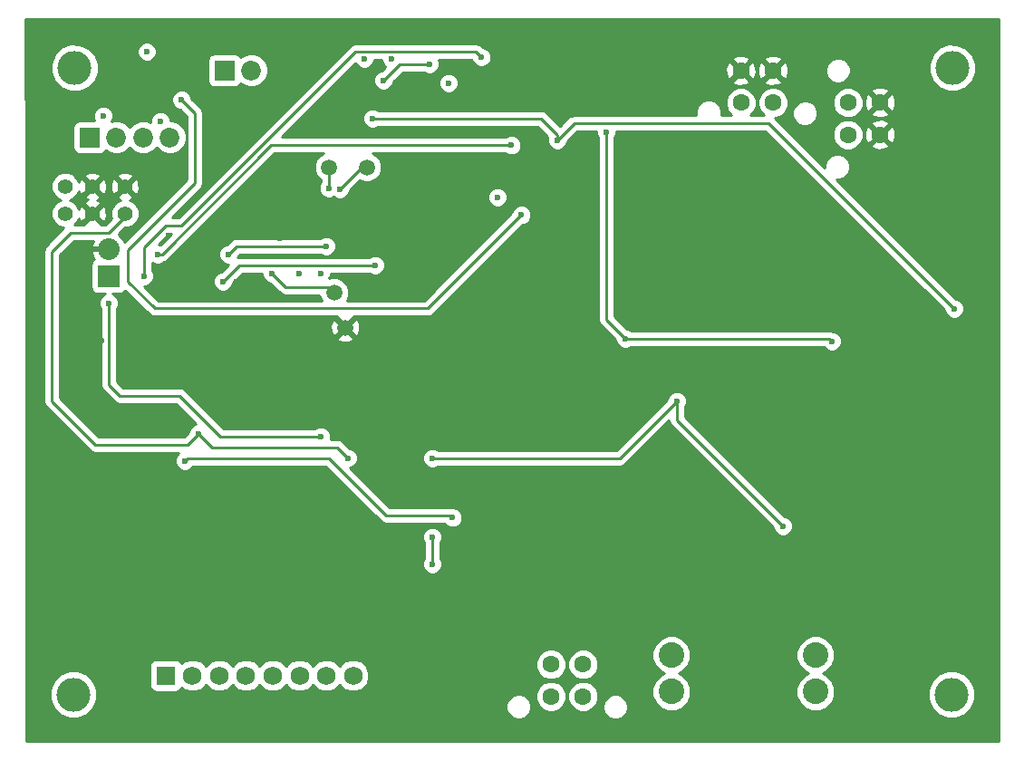
<source format=gbr>
G04 #@! TF.FileFunction,Copper,L4,Bot,Signal*
%FSLAX46Y46*%
G04 Gerber Fmt 4.6, Leading zero omitted, Abs format (unit mm)*
G04 Created by KiCad (PCBNEW (2016-05-27 BZR 6836, Git 4441a4b)-product) date 09/13/16 14:21:55*
%MOMM*%
%LPD*%
G01*
G04 APERTURE LIST*
%ADD10C,0.100000*%
%ADD11C,0.600000*%
%ADD12C,3.175000*%
%ADD13C,2.387600*%
%ADD14R,2.032000X2.032000*%
%ADD15O,2.032000X2.032000*%
%ADD16R,1.750000X1.750000*%
%ADD17C,1.750000*%
%ADD18C,1.400000*%
%ADD19C,1.500000*%
%ADD20R,1.850000X1.850000*%
%ADD21C,1.850000*%
%ADD22C,1.600000*%
%ADD23C,0.250000*%
%ADD24C,0.254000*%
G04 APERTURE END LIST*
D10*
D11*
X142334000Y-78950000D03*
X144334000Y-83450000D03*
X107584000Y-107950000D03*
X108584000Y-105450000D03*
X141334000Y-128950000D03*
X189334000Y-119450000D03*
X188334000Y-103200000D03*
X189584000Y-78700000D03*
X144584000Y-80700000D03*
X129084000Y-97950000D03*
X124334000Y-98700000D03*
X119334000Y-96950000D03*
X140084000Y-126450000D03*
X112459000Y-72850000D03*
X115509000Y-81025000D03*
X109809000Y-88025000D03*
X109809000Y-86900000D03*
X111334000Y-95450000D03*
X112334000Y-101700000D03*
X109834000Y-100950000D03*
X111084000Y-101700000D03*
X109834000Y-99700000D03*
X109834000Y-98450000D03*
X109834000Y-97200000D03*
X109834000Y-95950000D03*
X141834000Y-82200000D03*
X141834000Y-83200000D03*
X141834000Y-84200000D03*
X141834000Y-85700000D03*
X141834000Y-86700000D03*
X141834000Y-87700000D03*
X135384000Y-107500000D03*
X142334000Y-117700000D03*
X142334000Y-118700000D03*
X138834000Y-118700000D03*
X139334000Y-120200000D03*
X139334000Y-121200000D03*
X139334000Y-122200000D03*
X140834000Y-122700000D03*
X148084000Y-71450000D03*
X149084000Y-71450000D03*
X150084000Y-71450000D03*
X151084000Y-71450000D03*
X124334000Y-83450000D03*
X130084000Y-79450000D03*
X127084000Y-84700000D03*
X124334000Y-84450000D03*
X124334000Y-85450000D03*
X127084000Y-83700000D03*
X129084000Y-78950000D03*
X129084000Y-83200000D03*
X130084000Y-82450000D03*
X130084000Y-81450000D03*
X130084000Y-80450000D03*
X117334000Y-65700000D03*
X194584000Y-65950000D03*
X192334000Y-65950000D03*
X189834000Y-65950000D03*
X187334000Y-65950000D03*
X184834000Y-65950000D03*
X182334000Y-65950000D03*
X179834000Y-65950000D03*
X177334000Y-65950000D03*
X174834000Y-65950000D03*
X172334000Y-65950000D03*
X169834000Y-65950000D03*
X167334000Y-65950000D03*
X164834000Y-65950000D03*
X162334000Y-65950000D03*
X159834000Y-65950000D03*
X157334000Y-65950000D03*
X154834000Y-65950000D03*
X152334000Y-65950000D03*
X149834000Y-65950000D03*
X147334000Y-65950000D03*
X144834000Y-65950000D03*
X142334000Y-65950000D03*
X139834000Y-65950000D03*
X137334000Y-65950000D03*
X134834000Y-65950000D03*
X132334000Y-65950000D03*
X129834000Y-65950000D03*
X127334000Y-65950000D03*
X124834000Y-65950000D03*
X122334000Y-65950000D03*
X119834000Y-65950000D03*
X114834000Y-65950000D03*
X112334000Y-65950000D03*
X109834000Y-65950000D03*
X107334000Y-65950000D03*
X194584000Y-67700000D03*
X194584000Y-70200000D03*
X194584000Y-72700000D03*
X194584000Y-75200000D03*
X194584000Y-77700000D03*
X194584000Y-80200000D03*
X194584000Y-82700000D03*
X194584000Y-85200000D03*
X194584000Y-87700000D03*
X194584000Y-90200000D03*
X194584000Y-92700000D03*
X194584000Y-95200000D03*
X194584000Y-97700000D03*
X194584000Y-100200000D03*
X194584000Y-102700000D03*
X194584000Y-105200000D03*
X194584000Y-107700000D03*
X194584000Y-110200000D03*
X194584000Y-112700000D03*
X194584000Y-115200000D03*
X194584000Y-117700000D03*
X194584000Y-120200000D03*
X194584000Y-122700000D03*
X194584000Y-125200000D03*
X194584000Y-127700000D03*
X194584000Y-130200000D03*
X192334000Y-132200000D03*
X189834000Y-132200000D03*
X187334000Y-132200000D03*
X184834000Y-132200000D03*
X182334000Y-132200000D03*
X179834000Y-132200000D03*
X177334000Y-132200000D03*
X174834000Y-132200000D03*
X172334000Y-132200000D03*
X169834000Y-132200000D03*
X167334000Y-132200000D03*
X164834000Y-132200000D03*
X162334000Y-132200000D03*
X159834000Y-132200000D03*
X157334000Y-132200000D03*
X154834000Y-132200000D03*
X152334000Y-132200000D03*
X149834000Y-132200000D03*
X147334000Y-132200000D03*
X144834000Y-132200000D03*
X142334000Y-132200000D03*
X139834000Y-132200000D03*
X137334000Y-132200000D03*
X134834000Y-132200000D03*
X132334000Y-132200000D03*
X129834000Y-132200000D03*
X127334000Y-132200000D03*
X124834000Y-132200000D03*
X122334000Y-132200000D03*
X119834000Y-132200000D03*
X117334000Y-132200000D03*
X114834000Y-132200000D03*
X112334000Y-132200000D03*
X109834000Y-132200000D03*
X107334000Y-132200000D03*
X104834000Y-131450000D03*
X104834000Y-128950000D03*
X104834000Y-126450000D03*
X104834000Y-123950000D03*
X104834000Y-121450000D03*
X104834000Y-118950000D03*
X104834000Y-116450000D03*
X104834000Y-113950000D03*
X104834000Y-111450000D03*
X104834000Y-108950000D03*
X104834000Y-106450000D03*
X104834000Y-103950000D03*
X104834000Y-101450000D03*
X104834000Y-98950000D03*
X104834000Y-96450000D03*
X104834000Y-93950000D03*
X104834000Y-91450000D03*
X104834000Y-88950000D03*
X104834000Y-86450000D03*
X104834000Y-83950000D03*
X104834000Y-81450000D03*
X104834000Y-78950000D03*
X104834000Y-76450000D03*
X104834000Y-73950000D03*
X104834000Y-71450000D03*
X104834000Y-68950000D03*
D12*
X190834000Y-69950000D03*
X108712000Y-128524000D03*
D13*
X178054000Y-124841000D03*
X164592000Y-124841000D03*
X164592000Y-128244600D03*
X178054000Y-128244600D03*
D14*
X112014000Y-89408000D03*
D15*
X112014000Y-86868000D03*
D16*
X117348000Y-126746000D03*
D17*
X119848000Y-126746000D03*
X122348000Y-126746000D03*
X124848000Y-126746000D03*
X127348000Y-126746000D03*
X129848000Y-126746000D03*
X132348000Y-126746000D03*
X134848000Y-126746000D03*
D18*
X107950000Y-81026000D03*
X110490000Y-81026000D03*
D19*
X136144000Y-79248000D03*
X134112000Y-94234000D03*
X133084000Y-90950000D03*
X132588000Y-79248000D03*
D18*
X107950000Y-83566000D03*
X110490000Y-83566000D03*
X113538000Y-83566000D03*
X113538000Y-81026000D03*
D20*
X110236000Y-76454000D03*
D21*
X112736000Y-76454000D03*
X115236000Y-76454000D03*
X117736000Y-76454000D03*
D12*
X108834000Y-69950000D03*
X190754000Y-128524000D03*
D11*
X104834000Y-66450000D03*
D20*
X122834000Y-70200000D03*
D21*
X125334000Y-70200000D03*
D22*
X171084000Y-70200000D03*
X174084000Y-70200000D03*
X171084000Y-73200000D03*
X174084000Y-73200000D03*
X184084000Y-73200000D03*
X184084000Y-76200000D03*
X181084000Y-73200000D03*
X181084000Y-76200000D03*
X153334000Y-125700000D03*
X156334000Y-125700000D03*
X153334000Y-128700000D03*
X156334000Y-128700000D03*
D11*
X143256000Y-89408000D03*
X128016000Y-85852000D03*
X131318000Y-107442000D03*
X117602000Y-85598000D03*
X120142000Y-89916000D03*
X117348000Y-104140000D03*
X125984000Y-89916000D03*
X123952000Y-89916000D03*
X149646538Y-77196843D03*
X116586000Y-87376000D03*
X136906000Y-88392000D03*
X122682000Y-89916000D03*
X179578000Y-95504000D03*
X158496000Y-75946000D03*
X160274000Y-95250000D03*
X142240000Y-116332000D03*
X142240000Y-113792000D03*
X175006000Y-112776000D03*
X142240000Y-106426000D03*
X165100000Y-101092000D03*
X119126000Y-106680000D03*
X144134000Y-112000000D03*
X131826000Y-104394000D03*
X112014000Y-91948000D03*
X136652000Y-74676000D03*
X153924000Y-76708000D03*
X191008000Y-92456000D03*
X132334000Y-86614000D03*
X123190000Y-87376000D03*
X115316000Y-89408000D03*
X146834000Y-68950000D03*
X134366000Y-106426000D03*
X120396000Y-104140000D03*
X127254000Y-89154000D03*
X132584000Y-81200000D03*
X133604000Y-81280000D03*
X116840000Y-74930000D03*
X138430000Y-69088000D03*
X131826000Y-89154000D03*
X115584000Y-68450000D03*
X148336000Y-82042000D03*
X135890000Y-69088000D03*
X129794000Y-89154000D03*
X150584000Y-83700000D03*
X118834000Y-72950000D03*
X141986000Y-69596000D03*
X137668000Y-71120000D03*
X143764000Y-71374000D03*
X111506000Y-74422000D03*
D23*
X149222274Y-77196843D02*
X149646538Y-77196843D01*
X127189421Y-77196843D02*
X149222274Y-77196843D01*
X117010264Y-87376000D02*
X127189421Y-77196843D01*
X116586000Y-87376000D02*
X117010264Y-87376000D01*
X124206000Y-88392000D02*
X136906000Y-88392000D01*
X122682000Y-89916000D02*
X124206000Y-88392000D01*
X179324000Y-95250000D02*
X160274000Y-95250000D01*
X179578000Y-95504000D02*
X179324000Y-95250000D01*
X158496000Y-93472000D02*
X158496000Y-75946000D01*
X160274000Y-95250000D02*
X158496000Y-93472000D01*
X142240000Y-113792000D02*
X142240000Y-116332000D01*
X165100000Y-102870000D02*
X165100000Y-101092000D01*
X175006000Y-112776000D02*
X165100000Y-102870000D01*
X159766000Y-106426000D02*
X142240000Y-106426000D01*
X165100000Y-101092000D02*
X159766000Y-106426000D01*
X137922000Y-111760000D02*
X143894000Y-111760000D01*
X119126000Y-106680000D02*
X119380000Y-106426000D01*
X119380000Y-106426000D02*
X132588000Y-106426000D01*
X132588000Y-106426000D02*
X137922000Y-111760000D01*
X143894000Y-111760000D02*
X144134000Y-112000000D01*
X131826000Y-104394000D02*
X122428000Y-104394000D01*
X122428000Y-104394000D02*
X118618000Y-100584000D01*
X118618000Y-100584000D02*
X113030000Y-100584000D01*
X113030000Y-100584000D02*
X112014000Y-99568000D01*
X112014000Y-99568000D02*
X112014000Y-91948000D01*
X191008000Y-92456000D02*
X173675040Y-75123040D01*
X173675040Y-75123040D02*
X155508960Y-75123040D01*
X155508960Y-75123040D02*
X153924000Y-76708000D01*
X136652000Y-74676000D02*
X152400000Y-74676000D01*
X152400000Y-74676000D02*
X153924000Y-76200000D01*
X153924000Y-76200000D02*
X153924000Y-76708000D01*
X123952000Y-86614000D02*
X132334000Y-86614000D01*
X123190000Y-87376000D02*
X123952000Y-86614000D01*
X115316000Y-86718000D02*
X115316000Y-89408000D01*
X117334000Y-84700000D02*
X115316000Y-86718000D01*
X118834000Y-84700000D02*
X117334000Y-84700000D01*
X135084000Y-68450000D02*
X118834000Y-84700000D01*
X146334000Y-68450000D02*
X135084000Y-68450000D01*
X146834000Y-68950000D02*
X146334000Y-68450000D01*
X133350000Y-105410000D02*
X134366000Y-106426000D01*
X121666000Y-105410000D02*
X133350000Y-105410000D01*
X121666000Y-105410000D02*
X120396000Y-104140000D01*
X113538000Y-83566000D02*
X113538000Y-83820000D01*
X113538000Y-83820000D02*
X112014000Y-85344000D01*
X106680000Y-101092000D02*
X106680000Y-87122000D01*
X106680000Y-101092000D02*
X110744000Y-105156000D01*
X110744000Y-105156000D02*
X119380000Y-105156000D01*
X120396000Y-104140000D02*
X119380000Y-105156000D01*
X108458000Y-85344000D02*
X106680000Y-87122000D01*
X112014000Y-85344000D02*
X108458000Y-85344000D01*
X128524000Y-90424000D02*
X132588000Y-90424000D01*
X127254000Y-89154000D02*
X128524000Y-90424000D01*
X132588000Y-81196000D02*
X132588000Y-79248000D01*
X132584000Y-81200000D02*
X132588000Y-81196000D01*
X133604000Y-81280000D02*
X135636000Y-79248000D01*
X135636000Y-79248000D02*
X136144000Y-79248000D01*
X113834000Y-89950000D02*
X113834000Y-86950000D01*
X150584000Y-83700000D02*
X141834000Y-92450000D01*
X141834000Y-92450000D02*
X116334000Y-92450000D01*
X113834000Y-89950000D02*
X116334000Y-92450000D01*
X120084000Y-74200000D02*
X118834000Y-72950000D01*
X120084000Y-80700000D02*
X120084000Y-74200000D01*
X113834000Y-86950000D02*
X120084000Y-80700000D01*
X139192000Y-69596000D02*
X141986000Y-69596000D01*
X137668000Y-71120000D02*
X139192000Y-69596000D01*
D24*
G36*
X195149000Y-132919000D02*
X104316523Y-132919000D01*
X104313769Y-128964143D01*
X106489115Y-128964143D01*
X106826758Y-129781300D01*
X107451411Y-130407045D01*
X108267978Y-130746113D01*
X109152143Y-130746885D01*
X109969300Y-130409242D01*
X110504799Y-129874677D01*
X149148794Y-129874677D01*
X149328820Y-130310372D01*
X149661875Y-130644009D01*
X150097255Y-130824794D01*
X150568677Y-130825206D01*
X151004372Y-130645180D01*
X151338009Y-130312125D01*
X151518794Y-129876745D01*
X151519206Y-129405323D01*
X151345196Y-128984187D01*
X151898752Y-128984187D01*
X152116757Y-129511800D01*
X152520077Y-129915824D01*
X153047309Y-130134750D01*
X153618187Y-130135248D01*
X154145800Y-129917243D01*
X154549824Y-129513923D01*
X154768750Y-128986691D01*
X154768752Y-128984187D01*
X154898752Y-128984187D01*
X155116757Y-129511800D01*
X155520077Y-129915824D01*
X156047309Y-130134750D01*
X156618187Y-130135248D01*
X157103606Y-129934677D01*
X158148794Y-129934677D01*
X158328820Y-130370372D01*
X158661875Y-130704009D01*
X159097255Y-130884794D01*
X159568677Y-130885206D01*
X160004372Y-130705180D01*
X160338009Y-130372125D01*
X160518794Y-129936745D01*
X160519206Y-129465323D01*
X160339180Y-129029628D01*
X160006125Y-128695991D01*
X159570745Y-128515206D01*
X159099323Y-128514794D01*
X158663628Y-128694820D01*
X158329991Y-129027875D01*
X158149206Y-129463255D01*
X158148794Y-129934677D01*
X157103606Y-129934677D01*
X157145800Y-129917243D01*
X157549824Y-129513923D01*
X157768750Y-128986691D01*
X157769248Y-128415813D01*
X157551243Y-127888200D01*
X157147923Y-127484176D01*
X156620691Y-127265250D01*
X156049813Y-127264752D01*
X155522200Y-127482757D01*
X155118176Y-127886077D01*
X154899250Y-128413309D01*
X154898752Y-128984187D01*
X154768752Y-128984187D01*
X154769248Y-128415813D01*
X154551243Y-127888200D01*
X154147923Y-127484176D01*
X153620691Y-127265250D01*
X153049813Y-127264752D01*
X152522200Y-127482757D01*
X152118176Y-127886077D01*
X151899250Y-128413309D01*
X151898752Y-128984187D01*
X151345196Y-128984187D01*
X151339180Y-128969628D01*
X151006125Y-128635991D01*
X150570745Y-128455206D01*
X150099323Y-128454794D01*
X149663628Y-128634820D01*
X149329991Y-128967875D01*
X149149206Y-129403255D01*
X149148794Y-129874677D01*
X110504799Y-129874677D01*
X110595045Y-129784589D01*
X110934113Y-128968022D01*
X110934885Y-128083857D01*
X110597242Y-127266700D01*
X109972589Y-126640955D01*
X109156022Y-126301887D01*
X108271857Y-126301115D01*
X107454700Y-126638758D01*
X106828955Y-127263411D01*
X106489887Y-128079978D01*
X106489115Y-128964143D01*
X104313769Y-128964143D01*
X104311615Y-125871000D01*
X115825560Y-125871000D01*
X115825560Y-127621000D01*
X115874843Y-127868765D01*
X116015191Y-128078809D01*
X116225235Y-128219157D01*
X116473000Y-128268440D01*
X118223000Y-128268440D01*
X118470765Y-128219157D01*
X118680809Y-128078809D01*
X118821157Y-127868765D01*
X118823491Y-127857030D01*
X118991537Y-128025370D01*
X119546325Y-128255738D01*
X120147040Y-128256262D01*
X120702229Y-128026862D01*
X121098318Y-127631464D01*
X121491537Y-128025370D01*
X122046325Y-128255738D01*
X122647040Y-128256262D01*
X123202229Y-128026862D01*
X123598318Y-127631464D01*
X123991537Y-128025370D01*
X124546325Y-128255738D01*
X125147040Y-128256262D01*
X125702229Y-128026862D01*
X126098318Y-127631464D01*
X126491537Y-128025370D01*
X127046325Y-128255738D01*
X127647040Y-128256262D01*
X128202229Y-128026862D01*
X128598318Y-127631464D01*
X128991537Y-128025370D01*
X129546325Y-128255738D01*
X130147040Y-128256262D01*
X130702229Y-128026862D01*
X131098318Y-127631464D01*
X131491537Y-128025370D01*
X132046325Y-128255738D01*
X132647040Y-128256262D01*
X133202229Y-128026862D01*
X133598318Y-127631464D01*
X133991537Y-128025370D01*
X134546325Y-128255738D01*
X135147040Y-128256262D01*
X135702229Y-128026862D01*
X136127370Y-127602463D01*
X136357738Y-127047675D01*
X136358262Y-126446960D01*
X136167048Y-125984187D01*
X151898752Y-125984187D01*
X152116757Y-126511800D01*
X152520077Y-126915824D01*
X153047309Y-127134750D01*
X153618187Y-127135248D01*
X154145800Y-126917243D01*
X154549824Y-126513923D01*
X154768750Y-125986691D01*
X154768752Y-125984187D01*
X154898752Y-125984187D01*
X155116757Y-126511800D01*
X155520077Y-126915824D01*
X156047309Y-127134750D01*
X156618187Y-127135248D01*
X157145800Y-126917243D01*
X157549824Y-126513923D01*
X157768750Y-125986691D01*
X157769248Y-125415813D01*
X157681388Y-125203175D01*
X162762884Y-125203175D01*
X163040715Y-125875578D01*
X163554716Y-126390477D01*
X163921623Y-126542830D01*
X163557422Y-126693315D01*
X163042523Y-127207316D01*
X162763518Y-127879233D01*
X162762884Y-128606775D01*
X163040715Y-129279178D01*
X163554716Y-129794077D01*
X164226633Y-130073082D01*
X164954175Y-130073716D01*
X165626578Y-129795885D01*
X166141477Y-129281884D01*
X166420482Y-128609967D01*
X166421116Y-127882425D01*
X166143285Y-127210022D01*
X165629284Y-126695123D01*
X165262377Y-126542770D01*
X165626578Y-126392285D01*
X166141477Y-125878284D01*
X166420482Y-125206367D01*
X166420484Y-125203175D01*
X176224884Y-125203175D01*
X176502715Y-125875578D01*
X177016716Y-126390477D01*
X177383623Y-126542830D01*
X177019422Y-126693315D01*
X176504523Y-127207316D01*
X176225518Y-127879233D01*
X176224884Y-128606775D01*
X176502715Y-129279178D01*
X177016716Y-129794077D01*
X177688633Y-130073082D01*
X178416175Y-130073716D01*
X179088578Y-129795885D01*
X179603477Y-129281884D01*
X179735414Y-128964143D01*
X188531115Y-128964143D01*
X188868758Y-129781300D01*
X189493411Y-130407045D01*
X190309978Y-130746113D01*
X191194143Y-130746885D01*
X192011300Y-130409242D01*
X192637045Y-129784589D01*
X192976113Y-128968022D01*
X192976885Y-128083857D01*
X192639242Y-127266700D01*
X192014589Y-126640955D01*
X191198022Y-126301887D01*
X190313857Y-126301115D01*
X189496700Y-126638758D01*
X188870955Y-127263411D01*
X188531887Y-128079978D01*
X188531115Y-128964143D01*
X179735414Y-128964143D01*
X179882482Y-128609967D01*
X179883116Y-127882425D01*
X179605285Y-127210022D01*
X179091284Y-126695123D01*
X178724377Y-126542770D01*
X179088578Y-126392285D01*
X179603477Y-125878284D01*
X179882482Y-125206367D01*
X179883116Y-124478825D01*
X179605285Y-123806422D01*
X179091284Y-123291523D01*
X178419367Y-123012518D01*
X177691825Y-123011884D01*
X177019422Y-123289715D01*
X176504523Y-123803716D01*
X176225518Y-124475633D01*
X176224884Y-125203175D01*
X166420484Y-125203175D01*
X166421116Y-124478825D01*
X166143285Y-123806422D01*
X165629284Y-123291523D01*
X164957367Y-123012518D01*
X164229825Y-123011884D01*
X163557422Y-123289715D01*
X163042523Y-123803716D01*
X162763518Y-124475633D01*
X162762884Y-125203175D01*
X157681388Y-125203175D01*
X157551243Y-124888200D01*
X157147923Y-124484176D01*
X156620691Y-124265250D01*
X156049813Y-124264752D01*
X155522200Y-124482757D01*
X155118176Y-124886077D01*
X154899250Y-125413309D01*
X154898752Y-125984187D01*
X154768752Y-125984187D01*
X154769248Y-125415813D01*
X154551243Y-124888200D01*
X154147923Y-124484176D01*
X153620691Y-124265250D01*
X153049813Y-124264752D01*
X152522200Y-124482757D01*
X152118176Y-124886077D01*
X151899250Y-125413309D01*
X151898752Y-125984187D01*
X136167048Y-125984187D01*
X136128862Y-125891771D01*
X135704463Y-125466630D01*
X135149675Y-125236262D01*
X134548960Y-125235738D01*
X133993771Y-125465138D01*
X133597682Y-125860536D01*
X133204463Y-125466630D01*
X132649675Y-125236262D01*
X132048960Y-125235738D01*
X131493771Y-125465138D01*
X131097682Y-125860536D01*
X130704463Y-125466630D01*
X130149675Y-125236262D01*
X129548960Y-125235738D01*
X128993771Y-125465138D01*
X128597682Y-125860536D01*
X128204463Y-125466630D01*
X127649675Y-125236262D01*
X127048960Y-125235738D01*
X126493771Y-125465138D01*
X126097682Y-125860536D01*
X125704463Y-125466630D01*
X125149675Y-125236262D01*
X124548960Y-125235738D01*
X123993771Y-125465138D01*
X123597682Y-125860536D01*
X123204463Y-125466630D01*
X122649675Y-125236262D01*
X122048960Y-125235738D01*
X121493771Y-125465138D01*
X121097682Y-125860536D01*
X120704463Y-125466630D01*
X120149675Y-125236262D01*
X119548960Y-125235738D01*
X118993771Y-125465138D01*
X118823516Y-125635096D01*
X118821157Y-125623235D01*
X118680809Y-125413191D01*
X118470765Y-125272843D01*
X118223000Y-125223560D01*
X116473000Y-125223560D01*
X116225235Y-125272843D01*
X116015191Y-125413191D01*
X115874843Y-125623235D01*
X115825560Y-125871000D01*
X104311615Y-125871000D01*
X104303330Y-113977167D01*
X141304838Y-113977167D01*
X141446883Y-114320943D01*
X141480000Y-114354118D01*
X141480000Y-115769537D01*
X141447808Y-115801673D01*
X141305162Y-116145201D01*
X141304838Y-116517167D01*
X141446883Y-116860943D01*
X141709673Y-117124192D01*
X142053201Y-117266838D01*
X142425167Y-117267162D01*
X142768943Y-117125117D01*
X143032192Y-116862327D01*
X143174838Y-116518799D01*
X143175162Y-116146833D01*
X143033117Y-115803057D01*
X143000000Y-115769882D01*
X143000000Y-114354463D01*
X143032192Y-114322327D01*
X143174838Y-113978799D01*
X143175162Y-113606833D01*
X143033117Y-113263057D01*
X142770327Y-112999808D01*
X142426799Y-112857162D01*
X142054833Y-112856838D01*
X141711057Y-112998883D01*
X141447808Y-113261673D01*
X141305162Y-113605201D01*
X141304838Y-113977167D01*
X104303330Y-113977167D01*
X104284621Y-87122000D01*
X105920000Y-87122000D01*
X105920000Y-101092000D01*
X105977852Y-101382839D01*
X106142599Y-101629401D01*
X110206599Y-105693401D01*
X110453161Y-105858148D01*
X110744000Y-105916000D01*
X118567889Y-105916000D01*
X118333808Y-106149673D01*
X118191162Y-106493201D01*
X118190838Y-106865167D01*
X118332883Y-107208943D01*
X118595673Y-107472192D01*
X118939201Y-107614838D01*
X119311167Y-107615162D01*
X119654943Y-107473117D01*
X119918192Y-107210327D01*
X119928294Y-107186000D01*
X132273198Y-107186000D01*
X137384599Y-112297401D01*
X137631161Y-112462148D01*
X137922000Y-112520000D01*
X143337188Y-112520000D01*
X143340883Y-112528943D01*
X143603673Y-112792192D01*
X143947201Y-112934838D01*
X144319167Y-112935162D01*
X144662943Y-112793117D01*
X144926192Y-112530327D01*
X145068838Y-112186799D01*
X145069162Y-111814833D01*
X144927117Y-111471057D01*
X144664327Y-111207808D01*
X144320799Y-111065162D01*
X144195616Y-111065053D01*
X144184839Y-111057852D01*
X143894000Y-111000000D01*
X138236802Y-111000000D01*
X134584281Y-107347479D01*
X134894943Y-107219117D01*
X135158192Y-106956327D01*
X135300838Y-106612799D01*
X135300839Y-106611167D01*
X141304838Y-106611167D01*
X141446883Y-106954943D01*
X141709673Y-107218192D01*
X142053201Y-107360838D01*
X142425167Y-107361162D01*
X142768943Y-107219117D01*
X142802118Y-107186000D01*
X159766000Y-107186000D01*
X160056839Y-107128148D01*
X160303401Y-106963401D01*
X164349424Y-102917378D01*
X164397852Y-103160839D01*
X164562599Y-103407401D01*
X174070878Y-112915680D01*
X174070838Y-112961167D01*
X174212883Y-113304943D01*
X174475673Y-113568192D01*
X174819201Y-113710838D01*
X175191167Y-113711162D01*
X175534943Y-113569117D01*
X175798192Y-113306327D01*
X175940838Y-112962799D01*
X175941162Y-112590833D01*
X175799117Y-112247057D01*
X175536327Y-111983808D01*
X175192799Y-111841162D01*
X175145923Y-111841121D01*
X165860000Y-102555198D01*
X165860000Y-101654463D01*
X165892192Y-101622327D01*
X166034838Y-101278799D01*
X166035162Y-100906833D01*
X165893117Y-100563057D01*
X165630327Y-100299808D01*
X165286799Y-100157162D01*
X164914833Y-100156838D01*
X164571057Y-100298883D01*
X164307808Y-100561673D01*
X164165162Y-100905201D01*
X164165121Y-100952077D01*
X159451198Y-105666000D01*
X142802463Y-105666000D01*
X142770327Y-105633808D01*
X142426799Y-105491162D01*
X142054833Y-105490838D01*
X141711057Y-105632883D01*
X141447808Y-105895673D01*
X141305162Y-106239201D01*
X141304838Y-106611167D01*
X135300839Y-106611167D01*
X135301162Y-106240833D01*
X135159117Y-105897057D01*
X134896327Y-105633808D01*
X134552799Y-105491162D01*
X134505923Y-105491121D01*
X133887401Y-104872599D01*
X133640839Y-104707852D01*
X133350000Y-104650000D01*
X132732103Y-104650000D01*
X132760838Y-104580799D01*
X132761162Y-104208833D01*
X132619117Y-103865057D01*
X132356327Y-103601808D01*
X132012799Y-103459162D01*
X131640833Y-103458838D01*
X131297057Y-103600883D01*
X131263882Y-103634000D01*
X122742802Y-103634000D01*
X119155401Y-100046599D01*
X118908839Y-99881852D01*
X118618000Y-99824000D01*
X113344802Y-99824000D01*
X112774000Y-99253198D01*
X112774000Y-95205517D01*
X133320088Y-95205517D01*
X133388077Y-95446460D01*
X133907171Y-95631201D01*
X134457448Y-95603230D01*
X134835923Y-95446460D01*
X134903912Y-95205517D01*
X134112000Y-94413605D01*
X133320088Y-95205517D01*
X112774000Y-95205517D01*
X112774000Y-94029171D01*
X132714799Y-94029171D01*
X132742770Y-94579448D01*
X132899540Y-94957923D01*
X133140483Y-95025912D01*
X133932395Y-94234000D01*
X134291605Y-94234000D01*
X135083517Y-95025912D01*
X135324460Y-94957923D01*
X135509201Y-94438829D01*
X135481230Y-93888552D01*
X135324460Y-93510077D01*
X135083517Y-93442088D01*
X134291605Y-94234000D01*
X133932395Y-94234000D01*
X133140483Y-93442088D01*
X132899540Y-93510077D01*
X132714799Y-94029171D01*
X112774000Y-94029171D01*
X112774000Y-92510463D01*
X112806192Y-92478327D01*
X112948838Y-92134799D01*
X112949162Y-91762833D01*
X112807117Y-91419057D01*
X112544327Y-91155808D01*
X112341147Y-91071440D01*
X113030000Y-91071440D01*
X113277765Y-91022157D01*
X113487809Y-90881809D01*
X113569199Y-90760001D01*
X115796599Y-92987401D01*
X116043161Y-93152148D01*
X116334000Y-93210000D01*
X133334898Y-93210000D01*
X133320088Y-93262483D01*
X134112000Y-94054395D01*
X134903912Y-93262483D01*
X134889102Y-93210000D01*
X141834000Y-93210000D01*
X142124839Y-93152148D01*
X142371401Y-92987401D01*
X150723680Y-84635122D01*
X150769167Y-84635162D01*
X151112943Y-84493117D01*
X151376192Y-84230327D01*
X151518838Y-83886799D01*
X151519162Y-83514833D01*
X151377117Y-83171057D01*
X151114327Y-82907808D01*
X150770799Y-82765162D01*
X150398833Y-82764838D01*
X150055057Y-82906883D01*
X149791808Y-83169673D01*
X149649162Y-83513201D01*
X149649121Y-83560077D01*
X141519198Y-91690000D01*
X134276381Y-91690000D01*
X134468759Y-91226702D01*
X134469240Y-90675715D01*
X134258831Y-90166485D01*
X133869564Y-89776539D01*
X133360702Y-89565241D01*
X132809715Y-89564760D01*
X132638458Y-89635522D01*
X132760838Y-89340799D01*
X132761002Y-89152000D01*
X136343537Y-89152000D01*
X136375673Y-89184192D01*
X136719201Y-89326838D01*
X137091167Y-89327162D01*
X137434943Y-89185117D01*
X137698192Y-88922327D01*
X137840838Y-88578799D01*
X137841162Y-88206833D01*
X137699117Y-87863057D01*
X137436327Y-87599808D01*
X137092799Y-87457162D01*
X136720833Y-87456838D01*
X136377057Y-87598883D01*
X136343882Y-87632000D01*
X124206000Y-87632000D01*
X124086209Y-87655828D01*
X124124838Y-87562799D01*
X124124879Y-87515923D01*
X124266802Y-87374000D01*
X131771537Y-87374000D01*
X131803673Y-87406192D01*
X132147201Y-87548838D01*
X132519167Y-87549162D01*
X132862943Y-87407117D01*
X133126192Y-87144327D01*
X133268838Y-86800799D01*
X133269162Y-86428833D01*
X133127117Y-86085057D01*
X132864327Y-85821808D01*
X132520799Y-85679162D01*
X132148833Y-85678838D01*
X131805057Y-85820883D01*
X131771882Y-85854000D01*
X123952000Y-85854000D01*
X123661161Y-85911852D01*
X123414599Y-86076599D01*
X123050320Y-86440878D01*
X123004833Y-86440838D01*
X122661057Y-86582883D01*
X122397808Y-86845673D01*
X122255162Y-87189201D01*
X122254838Y-87561167D01*
X122396883Y-87904943D01*
X122659673Y-88168192D01*
X123003201Y-88310838D01*
X123212178Y-88311020D01*
X122542320Y-88980878D01*
X122496833Y-88980838D01*
X122153057Y-89122883D01*
X121889808Y-89385673D01*
X121747162Y-89729201D01*
X121746838Y-90101167D01*
X121888883Y-90444943D01*
X122151673Y-90708192D01*
X122495201Y-90850838D01*
X122867167Y-90851162D01*
X123210943Y-90709117D01*
X123474192Y-90446327D01*
X123616838Y-90102799D01*
X123616879Y-90055923D01*
X124520802Y-89152000D01*
X126319001Y-89152000D01*
X126318838Y-89339167D01*
X126460883Y-89682943D01*
X126723673Y-89946192D01*
X127067201Y-90088838D01*
X127114077Y-90088879D01*
X127986599Y-90961401D01*
X128233160Y-91126148D01*
X128524000Y-91184000D01*
X131698795Y-91184000D01*
X131698760Y-91224285D01*
X131891189Y-91690000D01*
X116648802Y-91690000D01*
X115301790Y-90342988D01*
X115501167Y-90343162D01*
X115844943Y-90201117D01*
X116108192Y-89938327D01*
X116250838Y-89594799D01*
X116251162Y-89222833D01*
X116109117Y-88879057D01*
X116076000Y-88845882D01*
X116076000Y-88176633D01*
X116399201Y-88310838D01*
X116771167Y-88311162D01*
X117114943Y-88169117D01*
X117182422Y-88101755D01*
X117301103Y-88078148D01*
X117547665Y-87913401D01*
X123233899Y-82227167D01*
X147400838Y-82227167D01*
X147542883Y-82570943D01*
X147805673Y-82834192D01*
X148149201Y-82976838D01*
X148521167Y-82977162D01*
X148864943Y-82835117D01*
X149128192Y-82572327D01*
X149270838Y-82228799D01*
X149271162Y-81856833D01*
X149129117Y-81513057D01*
X148866327Y-81249808D01*
X148522799Y-81107162D01*
X148150833Y-81106838D01*
X147807057Y-81248883D01*
X147543808Y-81511673D01*
X147401162Y-81855201D01*
X147400838Y-82227167D01*
X123233899Y-82227167D01*
X127504223Y-77956843D01*
X132086016Y-77956843D01*
X131804485Y-78073169D01*
X131414539Y-78462436D01*
X131203241Y-78971298D01*
X131202760Y-79522285D01*
X131413169Y-80031515D01*
X131802436Y-80421461D01*
X131828000Y-80432076D01*
X131828000Y-80633544D01*
X131791808Y-80669673D01*
X131649162Y-81013201D01*
X131648838Y-81385167D01*
X131790883Y-81728943D01*
X132053673Y-81992192D01*
X132397201Y-82134838D01*
X132769167Y-82135162D01*
X133029255Y-82027696D01*
X133073673Y-82072192D01*
X133417201Y-82214838D01*
X133789167Y-82215162D01*
X134132943Y-82073117D01*
X134396192Y-81810327D01*
X134538838Y-81466799D01*
X134538879Y-81419923D01*
X135484850Y-80473952D01*
X135867298Y-80632759D01*
X136418285Y-80633240D01*
X136927515Y-80422831D01*
X137317461Y-80033564D01*
X137528759Y-79524702D01*
X137529240Y-78973715D01*
X137318831Y-78464485D01*
X136929564Y-78074539D01*
X136646121Y-77956843D01*
X149084075Y-77956843D01*
X149116211Y-77989035D01*
X149459739Y-78131681D01*
X149831705Y-78132005D01*
X150175481Y-77989960D01*
X150438730Y-77727170D01*
X150581376Y-77383642D01*
X150581700Y-77011676D01*
X150439655Y-76667900D01*
X150176865Y-76404651D01*
X149833337Y-76262005D01*
X149461371Y-76261681D01*
X149117595Y-76403726D01*
X149084420Y-76436843D01*
X128171959Y-76436843D01*
X129747635Y-74861167D01*
X135716838Y-74861167D01*
X135858883Y-75204943D01*
X136121673Y-75468192D01*
X136465201Y-75610838D01*
X136837167Y-75611162D01*
X137180943Y-75469117D01*
X137214118Y-75436000D01*
X152085198Y-75436000D01*
X153042338Y-76393140D01*
X152989162Y-76521201D01*
X152988838Y-76893167D01*
X153130883Y-77236943D01*
X153393673Y-77500192D01*
X153737201Y-77642838D01*
X154109167Y-77643162D01*
X154452943Y-77501117D01*
X154716192Y-77238327D01*
X154858838Y-76894799D01*
X154858879Y-76847923D01*
X155823762Y-75883040D01*
X157561054Y-75883040D01*
X157560838Y-76131167D01*
X157702883Y-76474943D01*
X157736000Y-76508118D01*
X157736000Y-93472000D01*
X157793852Y-93762839D01*
X157958599Y-94009401D01*
X159338878Y-95389680D01*
X159338838Y-95435167D01*
X159480883Y-95778943D01*
X159743673Y-96042192D01*
X160087201Y-96184838D01*
X160459167Y-96185162D01*
X160802943Y-96043117D01*
X160836118Y-96010000D01*
X178775403Y-96010000D01*
X178784883Y-96032943D01*
X179047673Y-96296192D01*
X179391201Y-96438838D01*
X179763167Y-96439162D01*
X180106943Y-96297117D01*
X180370192Y-96034327D01*
X180512838Y-95690799D01*
X180513162Y-95318833D01*
X180371117Y-94975057D01*
X180108327Y-94711808D01*
X179764799Y-94569162D01*
X179646578Y-94569059D01*
X179614839Y-94547852D01*
X179324000Y-94490000D01*
X160836463Y-94490000D01*
X160804327Y-94457808D01*
X160460799Y-94315162D01*
X160413923Y-94315121D01*
X159256000Y-93157198D01*
X159256000Y-76508463D01*
X159288192Y-76476327D01*
X159430838Y-76132799D01*
X159431056Y-75883040D01*
X173360238Y-75883040D01*
X190072878Y-92595680D01*
X190072838Y-92641167D01*
X190214883Y-92984943D01*
X190477673Y-93248192D01*
X190821201Y-93390838D01*
X191193167Y-93391162D01*
X191536943Y-93249117D01*
X191800192Y-92986327D01*
X191942838Y-92642799D01*
X191943162Y-92270833D01*
X191801117Y-91927057D01*
X191538327Y-91663808D01*
X191194799Y-91521162D01*
X191147923Y-91521121D01*
X180011740Y-80384938D01*
X180318677Y-80385206D01*
X180754372Y-80205180D01*
X181088009Y-79872125D01*
X181268794Y-79436745D01*
X181269206Y-78965323D01*
X181089180Y-78529628D01*
X180756125Y-78195991D01*
X180320745Y-78015206D01*
X179849323Y-78014794D01*
X179413628Y-78194820D01*
X179079991Y-78527875D01*
X178899206Y-78963255D01*
X178898936Y-79272134D01*
X176110989Y-76484187D01*
X179648752Y-76484187D01*
X179866757Y-77011800D01*
X180270077Y-77415824D01*
X180797309Y-77634750D01*
X181368187Y-77635248D01*
X181895800Y-77417243D01*
X182105663Y-77207745D01*
X183255861Y-77207745D01*
X183329995Y-77453864D01*
X183867223Y-77646965D01*
X184437454Y-77619778D01*
X184838005Y-77453864D01*
X184912139Y-77207745D01*
X184084000Y-76379605D01*
X183255861Y-77207745D01*
X182105663Y-77207745D01*
X182299824Y-77013923D01*
X182518750Y-76486691D01*
X182519189Y-75983223D01*
X182637035Y-75983223D01*
X182664222Y-76553454D01*
X182830136Y-76954005D01*
X183076255Y-77028139D01*
X183904395Y-76200000D01*
X184263605Y-76200000D01*
X185091745Y-77028139D01*
X185337864Y-76954005D01*
X185530965Y-76416777D01*
X185503778Y-75846546D01*
X185337864Y-75445995D01*
X185091745Y-75371861D01*
X184263605Y-76200000D01*
X183904395Y-76200000D01*
X183076255Y-75371861D01*
X182830136Y-75445995D01*
X182637035Y-75983223D01*
X182519189Y-75983223D01*
X182519248Y-75915813D01*
X182301243Y-75388200D01*
X182105640Y-75192255D01*
X183255861Y-75192255D01*
X184084000Y-76020395D01*
X184912139Y-75192255D01*
X184838005Y-74946136D01*
X184300777Y-74753035D01*
X183730546Y-74780222D01*
X183329995Y-74946136D01*
X183255861Y-75192255D01*
X182105640Y-75192255D01*
X181897923Y-74984176D01*
X181370691Y-74765250D01*
X180799813Y-74764752D01*
X180272200Y-74982757D01*
X179868176Y-75386077D01*
X179649250Y-75913309D01*
X179648752Y-76484187D01*
X176110989Y-76484187D01*
X174261957Y-74635155D01*
X174368187Y-74635248D01*
X174853606Y-74434677D01*
X175898794Y-74434677D01*
X176078820Y-74870372D01*
X176411875Y-75204009D01*
X176847255Y-75384794D01*
X177318677Y-75385206D01*
X177754372Y-75205180D01*
X178088009Y-74872125D01*
X178268794Y-74436745D01*
X178269206Y-73965323D01*
X178089180Y-73529628D01*
X178043819Y-73484187D01*
X179648752Y-73484187D01*
X179866757Y-74011800D01*
X180270077Y-74415824D01*
X180797309Y-74634750D01*
X181368187Y-74635248D01*
X181895800Y-74417243D01*
X182105663Y-74207745D01*
X183255861Y-74207745D01*
X183329995Y-74453864D01*
X183867223Y-74646965D01*
X184437454Y-74619778D01*
X184838005Y-74453864D01*
X184912139Y-74207745D01*
X184084000Y-73379605D01*
X183255861Y-74207745D01*
X182105663Y-74207745D01*
X182299824Y-74013923D01*
X182518750Y-73486691D01*
X182519189Y-72983223D01*
X182637035Y-72983223D01*
X182664222Y-73553454D01*
X182830136Y-73954005D01*
X183076255Y-74028139D01*
X183904395Y-73200000D01*
X184263605Y-73200000D01*
X185091745Y-74028139D01*
X185337864Y-73954005D01*
X185530965Y-73416777D01*
X185503778Y-72846546D01*
X185337864Y-72445995D01*
X185091745Y-72371861D01*
X184263605Y-73200000D01*
X183904395Y-73200000D01*
X183076255Y-72371861D01*
X182830136Y-72445995D01*
X182637035Y-72983223D01*
X182519189Y-72983223D01*
X182519248Y-72915813D01*
X182301243Y-72388200D01*
X182105640Y-72192255D01*
X183255861Y-72192255D01*
X184084000Y-73020395D01*
X184912139Y-72192255D01*
X184838005Y-71946136D01*
X184300777Y-71753035D01*
X183730546Y-71780222D01*
X183329995Y-71946136D01*
X183255861Y-72192255D01*
X182105640Y-72192255D01*
X181897923Y-71984176D01*
X181370691Y-71765250D01*
X180799813Y-71764752D01*
X180272200Y-71982757D01*
X179868176Y-72386077D01*
X179649250Y-72913309D01*
X179648752Y-73484187D01*
X178043819Y-73484187D01*
X177756125Y-73195991D01*
X177320745Y-73015206D01*
X176849323Y-73014794D01*
X176413628Y-73194820D01*
X176079991Y-73527875D01*
X175899206Y-73963255D01*
X175898794Y-74434677D01*
X174853606Y-74434677D01*
X174895800Y-74417243D01*
X175299824Y-74013923D01*
X175518750Y-73486691D01*
X175519248Y-72915813D01*
X175301243Y-72388200D01*
X174897923Y-71984176D01*
X174370691Y-71765250D01*
X173799813Y-71764752D01*
X173272200Y-71982757D01*
X172868176Y-72386077D01*
X172649250Y-72913309D01*
X172648752Y-73484187D01*
X172866757Y-74011800D01*
X173217385Y-74363040D01*
X171950098Y-74363040D01*
X172299824Y-74013923D01*
X172518750Y-73486691D01*
X172519248Y-72915813D01*
X172301243Y-72388200D01*
X171897923Y-71984176D01*
X171370691Y-71765250D01*
X170799813Y-71764752D01*
X170272200Y-71982757D01*
X169868176Y-72386077D01*
X169649250Y-72913309D01*
X169648752Y-73484187D01*
X169866757Y-74011800D01*
X170217385Y-74363040D01*
X169268806Y-74363040D01*
X169269206Y-73905323D01*
X169089180Y-73469628D01*
X168756125Y-73135991D01*
X168320745Y-72955206D01*
X167849323Y-72954794D01*
X167413628Y-73134820D01*
X167079991Y-73467875D01*
X166899206Y-73903255D01*
X166898804Y-74363040D01*
X155508960Y-74363040D01*
X155218121Y-74420892D01*
X154971559Y-74585639D01*
X154178000Y-75379198D01*
X152937401Y-74138599D01*
X152690839Y-73973852D01*
X152400000Y-73916000D01*
X137214463Y-73916000D01*
X137182327Y-73883808D01*
X136838799Y-73741162D01*
X136466833Y-73740838D01*
X136123057Y-73882883D01*
X135859808Y-74145673D01*
X135717162Y-74489201D01*
X135716838Y-74861167D01*
X129747635Y-74861167D01*
X135066176Y-69542626D01*
X135096883Y-69616943D01*
X135359673Y-69880192D01*
X135703201Y-70022838D01*
X136075167Y-70023162D01*
X136418943Y-69881117D01*
X136682192Y-69618327D01*
X136824838Y-69274799D01*
X136824894Y-69210000D01*
X137494893Y-69210000D01*
X137494838Y-69273167D01*
X137636883Y-69616943D01*
X137866369Y-69846829D01*
X137528320Y-70184878D01*
X137482833Y-70184838D01*
X137139057Y-70326883D01*
X136875808Y-70589673D01*
X136733162Y-70933201D01*
X136732838Y-71305167D01*
X136874883Y-71648943D01*
X137137673Y-71912192D01*
X137481201Y-72054838D01*
X137853167Y-72055162D01*
X138196943Y-71913117D01*
X138460192Y-71650327D01*
X138498045Y-71559167D01*
X142828838Y-71559167D01*
X142970883Y-71902943D01*
X143233673Y-72166192D01*
X143577201Y-72308838D01*
X143949167Y-72309162D01*
X144292943Y-72167117D01*
X144556192Y-71904327D01*
X144698838Y-71560799D01*
X144699145Y-71207745D01*
X170255861Y-71207745D01*
X170329995Y-71453864D01*
X170867223Y-71646965D01*
X171437454Y-71619778D01*
X171838005Y-71453864D01*
X171912139Y-71207745D01*
X173255861Y-71207745D01*
X173329995Y-71453864D01*
X173867223Y-71646965D01*
X174437454Y-71619778D01*
X174838005Y-71453864D01*
X174912139Y-71207745D01*
X174084000Y-70379605D01*
X173255861Y-71207745D01*
X171912139Y-71207745D01*
X171084000Y-70379605D01*
X170255861Y-71207745D01*
X144699145Y-71207745D01*
X144699162Y-71188833D01*
X144557117Y-70845057D01*
X144294327Y-70581808D01*
X143950799Y-70439162D01*
X143578833Y-70438838D01*
X143235057Y-70580883D01*
X142971808Y-70843673D01*
X142829162Y-71187201D01*
X142828838Y-71559167D01*
X138498045Y-71559167D01*
X138602838Y-71306799D01*
X138602879Y-71259923D01*
X139506802Y-70356000D01*
X141423537Y-70356000D01*
X141455673Y-70388192D01*
X141799201Y-70530838D01*
X142171167Y-70531162D01*
X142514943Y-70389117D01*
X142778192Y-70126327D01*
X142837614Y-69983223D01*
X169637035Y-69983223D01*
X169664222Y-70553454D01*
X169830136Y-70954005D01*
X170076255Y-71028139D01*
X170904395Y-70200000D01*
X171263605Y-70200000D01*
X172091745Y-71028139D01*
X172337864Y-70954005D01*
X172530965Y-70416777D01*
X172510295Y-69983223D01*
X172637035Y-69983223D01*
X172664222Y-70553454D01*
X172830136Y-70954005D01*
X173076255Y-71028139D01*
X173904395Y-70200000D01*
X174263605Y-70200000D01*
X175091745Y-71028139D01*
X175337864Y-70954005D01*
X175524531Y-70434677D01*
X178958794Y-70434677D01*
X179138820Y-70870372D01*
X179471875Y-71204009D01*
X179907255Y-71384794D01*
X180378677Y-71385206D01*
X180814372Y-71205180D01*
X181148009Y-70872125D01*
X181328794Y-70436745D01*
X181328834Y-70390143D01*
X188611115Y-70390143D01*
X188948758Y-71207300D01*
X189573411Y-71833045D01*
X190389978Y-72172113D01*
X191274143Y-72172885D01*
X192091300Y-71835242D01*
X192717045Y-71210589D01*
X193056113Y-70394022D01*
X193056885Y-69509857D01*
X192719242Y-68692700D01*
X192094589Y-68066955D01*
X191278022Y-67727887D01*
X190393857Y-67727115D01*
X189576700Y-68064758D01*
X188950955Y-68689411D01*
X188611887Y-69505978D01*
X188611115Y-70390143D01*
X181328834Y-70390143D01*
X181329206Y-69965323D01*
X181149180Y-69529628D01*
X180816125Y-69195991D01*
X180380745Y-69015206D01*
X179909323Y-69014794D01*
X179473628Y-69194820D01*
X179139991Y-69527875D01*
X178959206Y-69963255D01*
X178958794Y-70434677D01*
X175524531Y-70434677D01*
X175530965Y-70416777D01*
X175503778Y-69846546D01*
X175337864Y-69445995D01*
X175091745Y-69371861D01*
X174263605Y-70200000D01*
X173904395Y-70200000D01*
X173076255Y-69371861D01*
X172830136Y-69445995D01*
X172637035Y-69983223D01*
X172510295Y-69983223D01*
X172503778Y-69846546D01*
X172337864Y-69445995D01*
X172091745Y-69371861D01*
X171263605Y-70200000D01*
X170904395Y-70200000D01*
X170076255Y-69371861D01*
X169830136Y-69445995D01*
X169637035Y-69983223D01*
X142837614Y-69983223D01*
X142920838Y-69782799D01*
X142921162Y-69410833D01*
X142838180Y-69210000D01*
X145929758Y-69210000D01*
X146040883Y-69478943D01*
X146303673Y-69742192D01*
X146647201Y-69884838D01*
X147019167Y-69885162D01*
X147362943Y-69743117D01*
X147626192Y-69480327D01*
X147745810Y-69192255D01*
X170255861Y-69192255D01*
X171084000Y-70020395D01*
X171912139Y-69192255D01*
X173255861Y-69192255D01*
X174084000Y-70020395D01*
X174912139Y-69192255D01*
X174838005Y-68946136D01*
X174300777Y-68753035D01*
X173730546Y-68780222D01*
X173329995Y-68946136D01*
X173255861Y-69192255D01*
X171912139Y-69192255D01*
X171838005Y-68946136D01*
X171300777Y-68753035D01*
X170730546Y-68780222D01*
X170329995Y-68946136D01*
X170255861Y-69192255D01*
X147745810Y-69192255D01*
X147768838Y-69136799D01*
X147769162Y-68764833D01*
X147627117Y-68421057D01*
X147364327Y-68157808D01*
X147020799Y-68015162D01*
X146973923Y-68015121D01*
X146871401Y-67912599D01*
X146624839Y-67747852D01*
X146334000Y-67690000D01*
X135084000Y-67690000D01*
X134793160Y-67747852D01*
X134546599Y-67912599D01*
X118519198Y-83940000D01*
X117918802Y-83940000D01*
X120621401Y-81237401D01*
X120786148Y-80990839D01*
X120844000Y-80700000D01*
X120844000Y-74200000D01*
X120786148Y-73909161D01*
X120621401Y-73662599D01*
X119769122Y-72810320D01*
X119769162Y-72764833D01*
X119627117Y-72421057D01*
X119364327Y-72157808D01*
X119020799Y-72015162D01*
X118648833Y-72014838D01*
X118305057Y-72156883D01*
X118041808Y-72419673D01*
X117899162Y-72763201D01*
X117898838Y-73135167D01*
X118040883Y-73478943D01*
X118303673Y-73742192D01*
X118647201Y-73884838D01*
X118694077Y-73884879D01*
X119324000Y-74514802D01*
X119324000Y-80385198D01*
X113504042Y-86205156D01*
X113420385Y-86003182D01*
X112982379Y-85530812D01*
X112927286Y-85505516D01*
X113531807Y-84900995D01*
X113802383Y-84901231D01*
X114293229Y-84698418D01*
X114669098Y-84323204D01*
X114872768Y-83832713D01*
X114873231Y-83301617D01*
X114670418Y-82810771D01*
X114295204Y-82434902D01*
X113976788Y-82302684D01*
X114231831Y-82197042D01*
X114293669Y-81961275D01*
X113538000Y-81205605D01*
X112782331Y-81961275D01*
X112844169Y-82197042D01*
X113120111Y-82294196D01*
X112782771Y-82433582D01*
X112406902Y-82808796D01*
X112203232Y-83299287D01*
X112202769Y-83830383D01*
X112275878Y-84007320D01*
X111699198Y-84584000D01*
X111223972Y-84584000D01*
X111245669Y-84501275D01*
X110490000Y-83745605D01*
X109734331Y-84501275D01*
X109756028Y-84584000D01*
X108819847Y-84584000D01*
X109081098Y-84323204D01*
X109213316Y-84004788D01*
X109318958Y-84259831D01*
X109554725Y-84321669D01*
X110310395Y-83566000D01*
X110669605Y-83566000D01*
X111425275Y-84321669D01*
X111661042Y-84259831D01*
X111837419Y-83758878D01*
X111808664Y-83228560D01*
X111661042Y-82872169D01*
X111425275Y-82810331D01*
X110669605Y-83566000D01*
X110310395Y-83566000D01*
X109554725Y-82810331D01*
X109318958Y-82872169D01*
X109221804Y-83148111D01*
X109082418Y-82810771D01*
X108707204Y-82434902D01*
X108372473Y-82295909D01*
X108705229Y-82158418D01*
X108902716Y-81961275D01*
X109734331Y-81961275D01*
X109796169Y-82197042D01*
X110054445Y-82287977D01*
X109796169Y-82394958D01*
X109734331Y-82630725D01*
X110490000Y-83386395D01*
X111245669Y-82630725D01*
X111183831Y-82394958D01*
X110925555Y-82304023D01*
X111183831Y-82197042D01*
X111245669Y-81961275D01*
X110490000Y-81205605D01*
X109734331Y-81961275D01*
X108902716Y-81961275D01*
X109081098Y-81783204D01*
X109213316Y-81464788D01*
X109318958Y-81719831D01*
X109554725Y-81781669D01*
X110310395Y-81026000D01*
X110669605Y-81026000D01*
X111425275Y-81781669D01*
X111661042Y-81719831D01*
X111837419Y-81218878D01*
X111816503Y-80833122D01*
X112190581Y-80833122D01*
X112219336Y-81363440D01*
X112366958Y-81719831D01*
X112602725Y-81781669D01*
X113358395Y-81026000D01*
X113717605Y-81026000D01*
X114473275Y-81781669D01*
X114709042Y-81719831D01*
X114885419Y-81218878D01*
X114856664Y-80688560D01*
X114709042Y-80332169D01*
X114473275Y-80270331D01*
X113717605Y-81026000D01*
X113358395Y-81026000D01*
X112602725Y-80270331D01*
X112366958Y-80332169D01*
X112190581Y-80833122D01*
X111816503Y-80833122D01*
X111808664Y-80688560D01*
X111661042Y-80332169D01*
X111425275Y-80270331D01*
X110669605Y-81026000D01*
X110310395Y-81026000D01*
X109554725Y-80270331D01*
X109318958Y-80332169D01*
X109221804Y-80608111D01*
X109082418Y-80270771D01*
X108902686Y-80090725D01*
X109734331Y-80090725D01*
X110490000Y-80846395D01*
X111245669Y-80090725D01*
X112782331Y-80090725D01*
X113538000Y-80846395D01*
X114293669Y-80090725D01*
X114231831Y-79854958D01*
X113730878Y-79678581D01*
X113200560Y-79707336D01*
X112844169Y-79854958D01*
X112782331Y-80090725D01*
X111245669Y-80090725D01*
X111183831Y-79854958D01*
X110682878Y-79678581D01*
X110152560Y-79707336D01*
X109796169Y-79854958D01*
X109734331Y-80090725D01*
X108902686Y-80090725D01*
X108707204Y-79894902D01*
X108216713Y-79691232D01*
X107685617Y-79690769D01*
X107194771Y-79893582D01*
X106818902Y-80268796D01*
X106615232Y-80759287D01*
X106614769Y-81290383D01*
X106817582Y-81781229D01*
X107192796Y-82157098D01*
X107527527Y-82296091D01*
X107194771Y-82433582D01*
X106818902Y-82808796D01*
X106615232Y-83299287D01*
X106614769Y-83830383D01*
X106817582Y-84321229D01*
X107192796Y-84697098D01*
X107683287Y-84900768D01*
X107826305Y-84900893D01*
X106142599Y-86584599D01*
X105977852Y-86831161D01*
X105920000Y-87122000D01*
X104284621Y-87122000D01*
X104276545Y-75529000D01*
X108663560Y-75529000D01*
X108663560Y-77379000D01*
X108712843Y-77626765D01*
X108853191Y-77836809D01*
X109063235Y-77977157D01*
X109311000Y-78026440D01*
X111161000Y-78026440D01*
X111408765Y-77977157D01*
X111618809Y-77836809D01*
X111736427Y-77660782D01*
X111851177Y-77775732D01*
X112424336Y-78013728D01*
X113044942Y-78014270D01*
X113618514Y-77777275D01*
X113986256Y-77410174D01*
X114351177Y-77775732D01*
X114924336Y-78013728D01*
X115544942Y-78014270D01*
X116118514Y-77777275D01*
X116486256Y-77410174D01*
X116851177Y-77775732D01*
X117424336Y-78013728D01*
X118044942Y-78014270D01*
X118618514Y-77777275D01*
X119057732Y-77338823D01*
X119295728Y-76765664D01*
X119296270Y-76145058D01*
X119059275Y-75571486D01*
X118620823Y-75132268D01*
X118047664Y-74894272D01*
X117775032Y-74894034D01*
X117775162Y-74744833D01*
X117633117Y-74401057D01*
X117370327Y-74137808D01*
X117026799Y-73995162D01*
X116654833Y-73994838D01*
X116311057Y-74136883D01*
X116047808Y-74399673D01*
X115905162Y-74743201D01*
X115904901Y-75042610D01*
X115547664Y-74894272D01*
X114927058Y-74893730D01*
X114353486Y-75130725D01*
X113985744Y-75497826D01*
X113620823Y-75132268D01*
X113047664Y-74894272D01*
X112427058Y-74893730D01*
X112300874Y-74945868D01*
X112440838Y-74608799D01*
X112441162Y-74236833D01*
X112299117Y-73893057D01*
X112036327Y-73629808D01*
X111692799Y-73487162D01*
X111320833Y-73486838D01*
X110977057Y-73628883D01*
X110713808Y-73891673D01*
X110571162Y-74235201D01*
X110570838Y-74607167D01*
X110684215Y-74881560D01*
X109311000Y-74881560D01*
X109063235Y-74930843D01*
X108853191Y-75071191D01*
X108712843Y-75281235D01*
X108663560Y-75529000D01*
X104276545Y-75529000D01*
X104272965Y-70390143D01*
X106611115Y-70390143D01*
X106948758Y-71207300D01*
X107573411Y-71833045D01*
X108389978Y-72172113D01*
X109274143Y-72172885D01*
X110091300Y-71835242D01*
X110717045Y-71210589D01*
X111056113Y-70394022D01*
X111056885Y-69509857D01*
X110719242Y-68692700D01*
X110661810Y-68635167D01*
X114648838Y-68635167D01*
X114790883Y-68978943D01*
X115053673Y-69242192D01*
X115397201Y-69384838D01*
X115769167Y-69385162D01*
X116035780Y-69275000D01*
X121261560Y-69275000D01*
X121261560Y-71125000D01*
X121310843Y-71372765D01*
X121451191Y-71582809D01*
X121661235Y-71723157D01*
X121909000Y-71772440D01*
X123759000Y-71772440D01*
X124006765Y-71723157D01*
X124216809Y-71582809D01*
X124334427Y-71406782D01*
X124449177Y-71521732D01*
X125022336Y-71759728D01*
X125642942Y-71760270D01*
X126216514Y-71523275D01*
X126655732Y-71084823D01*
X126893728Y-70511664D01*
X126894270Y-69891058D01*
X126657275Y-69317486D01*
X126218823Y-68878268D01*
X125645664Y-68640272D01*
X125025058Y-68639730D01*
X124451486Y-68876725D01*
X124334572Y-68993435D01*
X124216809Y-68817191D01*
X124006765Y-68676843D01*
X123759000Y-68627560D01*
X121909000Y-68627560D01*
X121661235Y-68676843D01*
X121451191Y-68817191D01*
X121310843Y-69027235D01*
X121261560Y-69275000D01*
X116035780Y-69275000D01*
X116112943Y-69243117D01*
X116376192Y-68980327D01*
X116518838Y-68636799D01*
X116519162Y-68264833D01*
X116377117Y-67921057D01*
X116114327Y-67657808D01*
X115770799Y-67515162D01*
X115398833Y-67514838D01*
X115055057Y-67656883D01*
X114791808Y-67919673D01*
X114649162Y-68263201D01*
X114648838Y-68635167D01*
X110661810Y-68635167D01*
X110094589Y-68066955D01*
X109278022Y-67727887D01*
X108393857Y-67727115D01*
X107576700Y-68064758D01*
X106950955Y-68689411D01*
X106611887Y-69505978D01*
X106611115Y-70390143D01*
X104272965Y-70390143D01*
X104269478Y-65385000D01*
X195149000Y-65385000D01*
X195149000Y-132919000D01*
X195149000Y-132919000D01*
G37*
X195149000Y-132919000D02*
X104316523Y-132919000D01*
X104313769Y-128964143D01*
X106489115Y-128964143D01*
X106826758Y-129781300D01*
X107451411Y-130407045D01*
X108267978Y-130746113D01*
X109152143Y-130746885D01*
X109969300Y-130409242D01*
X110504799Y-129874677D01*
X149148794Y-129874677D01*
X149328820Y-130310372D01*
X149661875Y-130644009D01*
X150097255Y-130824794D01*
X150568677Y-130825206D01*
X151004372Y-130645180D01*
X151338009Y-130312125D01*
X151518794Y-129876745D01*
X151519206Y-129405323D01*
X151345196Y-128984187D01*
X151898752Y-128984187D01*
X152116757Y-129511800D01*
X152520077Y-129915824D01*
X153047309Y-130134750D01*
X153618187Y-130135248D01*
X154145800Y-129917243D01*
X154549824Y-129513923D01*
X154768750Y-128986691D01*
X154768752Y-128984187D01*
X154898752Y-128984187D01*
X155116757Y-129511800D01*
X155520077Y-129915824D01*
X156047309Y-130134750D01*
X156618187Y-130135248D01*
X157103606Y-129934677D01*
X158148794Y-129934677D01*
X158328820Y-130370372D01*
X158661875Y-130704009D01*
X159097255Y-130884794D01*
X159568677Y-130885206D01*
X160004372Y-130705180D01*
X160338009Y-130372125D01*
X160518794Y-129936745D01*
X160519206Y-129465323D01*
X160339180Y-129029628D01*
X160006125Y-128695991D01*
X159570745Y-128515206D01*
X159099323Y-128514794D01*
X158663628Y-128694820D01*
X158329991Y-129027875D01*
X158149206Y-129463255D01*
X158148794Y-129934677D01*
X157103606Y-129934677D01*
X157145800Y-129917243D01*
X157549824Y-129513923D01*
X157768750Y-128986691D01*
X157769248Y-128415813D01*
X157551243Y-127888200D01*
X157147923Y-127484176D01*
X156620691Y-127265250D01*
X156049813Y-127264752D01*
X155522200Y-127482757D01*
X155118176Y-127886077D01*
X154899250Y-128413309D01*
X154898752Y-128984187D01*
X154768752Y-128984187D01*
X154769248Y-128415813D01*
X154551243Y-127888200D01*
X154147923Y-127484176D01*
X153620691Y-127265250D01*
X153049813Y-127264752D01*
X152522200Y-127482757D01*
X152118176Y-127886077D01*
X151899250Y-128413309D01*
X151898752Y-128984187D01*
X151345196Y-128984187D01*
X151339180Y-128969628D01*
X151006125Y-128635991D01*
X150570745Y-128455206D01*
X150099323Y-128454794D01*
X149663628Y-128634820D01*
X149329991Y-128967875D01*
X149149206Y-129403255D01*
X149148794Y-129874677D01*
X110504799Y-129874677D01*
X110595045Y-129784589D01*
X110934113Y-128968022D01*
X110934885Y-128083857D01*
X110597242Y-127266700D01*
X109972589Y-126640955D01*
X109156022Y-126301887D01*
X108271857Y-126301115D01*
X107454700Y-126638758D01*
X106828955Y-127263411D01*
X106489887Y-128079978D01*
X106489115Y-128964143D01*
X104313769Y-128964143D01*
X104311615Y-125871000D01*
X115825560Y-125871000D01*
X115825560Y-127621000D01*
X115874843Y-127868765D01*
X116015191Y-128078809D01*
X116225235Y-128219157D01*
X116473000Y-128268440D01*
X118223000Y-128268440D01*
X118470765Y-128219157D01*
X118680809Y-128078809D01*
X118821157Y-127868765D01*
X118823491Y-127857030D01*
X118991537Y-128025370D01*
X119546325Y-128255738D01*
X120147040Y-128256262D01*
X120702229Y-128026862D01*
X121098318Y-127631464D01*
X121491537Y-128025370D01*
X122046325Y-128255738D01*
X122647040Y-128256262D01*
X123202229Y-128026862D01*
X123598318Y-127631464D01*
X123991537Y-128025370D01*
X124546325Y-128255738D01*
X125147040Y-128256262D01*
X125702229Y-128026862D01*
X126098318Y-127631464D01*
X126491537Y-128025370D01*
X127046325Y-128255738D01*
X127647040Y-128256262D01*
X128202229Y-128026862D01*
X128598318Y-127631464D01*
X128991537Y-128025370D01*
X129546325Y-128255738D01*
X130147040Y-128256262D01*
X130702229Y-128026862D01*
X131098318Y-127631464D01*
X131491537Y-128025370D01*
X132046325Y-128255738D01*
X132647040Y-128256262D01*
X133202229Y-128026862D01*
X133598318Y-127631464D01*
X133991537Y-128025370D01*
X134546325Y-128255738D01*
X135147040Y-128256262D01*
X135702229Y-128026862D01*
X136127370Y-127602463D01*
X136357738Y-127047675D01*
X136358262Y-126446960D01*
X136167048Y-125984187D01*
X151898752Y-125984187D01*
X152116757Y-126511800D01*
X152520077Y-126915824D01*
X153047309Y-127134750D01*
X153618187Y-127135248D01*
X154145800Y-126917243D01*
X154549824Y-126513923D01*
X154768750Y-125986691D01*
X154768752Y-125984187D01*
X154898752Y-125984187D01*
X155116757Y-126511800D01*
X155520077Y-126915824D01*
X156047309Y-127134750D01*
X156618187Y-127135248D01*
X157145800Y-126917243D01*
X157549824Y-126513923D01*
X157768750Y-125986691D01*
X157769248Y-125415813D01*
X157681388Y-125203175D01*
X162762884Y-125203175D01*
X163040715Y-125875578D01*
X163554716Y-126390477D01*
X163921623Y-126542830D01*
X163557422Y-126693315D01*
X163042523Y-127207316D01*
X162763518Y-127879233D01*
X162762884Y-128606775D01*
X163040715Y-129279178D01*
X163554716Y-129794077D01*
X164226633Y-130073082D01*
X164954175Y-130073716D01*
X165626578Y-129795885D01*
X166141477Y-129281884D01*
X166420482Y-128609967D01*
X166421116Y-127882425D01*
X166143285Y-127210022D01*
X165629284Y-126695123D01*
X165262377Y-126542770D01*
X165626578Y-126392285D01*
X166141477Y-125878284D01*
X166420482Y-125206367D01*
X166420484Y-125203175D01*
X176224884Y-125203175D01*
X176502715Y-125875578D01*
X177016716Y-126390477D01*
X177383623Y-126542830D01*
X177019422Y-126693315D01*
X176504523Y-127207316D01*
X176225518Y-127879233D01*
X176224884Y-128606775D01*
X176502715Y-129279178D01*
X177016716Y-129794077D01*
X177688633Y-130073082D01*
X178416175Y-130073716D01*
X179088578Y-129795885D01*
X179603477Y-129281884D01*
X179735414Y-128964143D01*
X188531115Y-128964143D01*
X188868758Y-129781300D01*
X189493411Y-130407045D01*
X190309978Y-130746113D01*
X191194143Y-130746885D01*
X192011300Y-130409242D01*
X192637045Y-129784589D01*
X192976113Y-128968022D01*
X192976885Y-128083857D01*
X192639242Y-127266700D01*
X192014589Y-126640955D01*
X191198022Y-126301887D01*
X190313857Y-126301115D01*
X189496700Y-126638758D01*
X188870955Y-127263411D01*
X188531887Y-128079978D01*
X188531115Y-128964143D01*
X179735414Y-128964143D01*
X179882482Y-128609967D01*
X179883116Y-127882425D01*
X179605285Y-127210022D01*
X179091284Y-126695123D01*
X178724377Y-126542770D01*
X179088578Y-126392285D01*
X179603477Y-125878284D01*
X179882482Y-125206367D01*
X179883116Y-124478825D01*
X179605285Y-123806422D01*
X179091284Y-123291523D01*
X178419367Y-123012518D01*
X177691825Y-123011884D01*
X177019422Y-123289715D01*
X176504523Y-123803716D01*
X176225518Y-124475633D01*
X176224884Y-125203175D01*
X166420484Y-125203175D01*
X166421116Y-124478825D01*
X166143285Y-123806422D01*
X165629284Y-123291523D01*
X164957367Y-123012518D01*
X164229825Y-123011884D01*
X163557422Y-123289715D01*
X163042523Y-123803716D01*
X162763518Y-124475633D01*
X162762884Y-125203175D01*
X157681388Y-125203175D01*
X157551243Y-124888200D01*
X157147923Y-124484176D01*
X156620691Y-124265250D01*
X156049813Y-124264752D01*
X155522200Y-124482757D01*
X155118176Y-124886077D01*
X154899250Y-125413309D01*
X154898752Y-125984187D01*
X154768752Y-125984187D01*
X154769248Y-125415813D01*
X154551243Y-124888200D01*
X154147923Y-124484176D01*
X153620691Y-124265250D01*
X153049813Y-124264752D01*
X152522200Y-124482757D01*
X152118176Y-124886077D01*
X151899250Y-125413309D01*
X151898752Y-125984187D01*
X136167048Y-125984187D01*
X136128862Y-125891771D01*
X135704463Y-125466630D01*
X135149675Y-125236262D01*
X134548960Y-125235738D01*
X133993771Y-125465138D01*
X133597682Y-125860536D01*
X133204463Y-125466630D01*
X132649675Y-125236262D01*
X132048960Y-125235738D01*
X131493771Y-125465138D01*
X131097682Y-125860536D01*
X130704463Y-125466630D01*
X130149675Y-125236262D01*
X129548960Y-125235738D01*
X128993771Y-125465138D01*
X128597682Y-125860536D01*
X128204463Y-125466630D01*
X127649675Y-125236262D01*
X127048960Y-125235738D01*
X126493771Y-125465138D01*
X126097682Y-125860536D01*
X125704463Y-125466630D01*
X125149675Y-125236262D01*
X124548960Y-125235738D01*
X123993771Y-125465138D01*
X123597682Y-125860536D01*
X123204463Y-125466630D01*
X122649675Y-125236262D01*
X122048960Y-125235738D01*
X121493771Y-125465138D01*
X121097682Y-125860536D01*
X120704463Y-125466630D01*
X120149675Y-125236262D01*
X119548960Y-125235738D01*
X118993771Y-125465138D01*
X118823516Y-125635096D01*
X118821157Y-125623235D01*
X118680809Y-125413191D01*
X118470765Y-125272843D01*
X118223000Y-125223560D01*
X116473000Y-125223560D01*
X116225235Y-125272843D01*
X116015191Y-125413191D01*
X115874843Y-125623235D01*
X115825560Y-125871000D01*
X104311615Y-125871000D01*
X104303330Y-113977167D01*
X141304838Y-113977167D01*
X141446883Y-114320943D01*
X141480000Y-114354118D01*
X141480000Y-115769537D01*
X141447808Y-115801673D01*
X141305162Y-116145201D01*
X141304838Y-116517167D01*
X141446883Y-116860943D01*
X141709673Y-117124192D01*
X142053201Y-117266838D01*
X142425167Y-117267162D01*
X142768943Y-117125117D01*
X143032192Y-116862327D01*
X143174838Y-116518799D01*
X143175162Y-116146833D01*
X143033117Y-115803057D01*
X143000000Y-115769882D01*
X143000000Y-114354463D01*
X143032192Y-114322327D01*
X143174838Y-113978799D01*
X143175162Y-113606833D01*
X143033117Y-113263057D01*
X142770327Y-112999808D01*
X142426799Y-112857162D01*
X142054833Y-112856838D01*
X141711057Y-112998883D01*
X141447808Y-113261673D01*
X141305162Y-113605201D01*
X141304838Y-113977167D01*
X104303330Y-113977167D01*
X104284621Y-87122000D01*
X105920000Y-87122000D01*
X105920000Y-101092000D01*
X105977852Y-101382839D01*
X106142599Y-101629401D01*
X110206599Y-105693401D01*
X110453161Y-105858148D01*
X110744000Y-105916000D01*
X118567889Y-105916000D01*
X118333808Y-106149673D01*
X118191162Y-106493201D01*
X118190838Y-106865167D01*
X118332883Y-107208943D01*
X118595673Y-107472192D01*
X118939201Y-107614838D01*
X119311167Y-107615162D01*
X119654943Y-107473117D01*
X119918192Y-107210327D01*
X119928294Y-107186000D01*
X132273198Y-107186000D01*
X137384599Y-112297401D01*
X137631161Y-112462148D01*
X137922000Y-112520000D01*
X143337188Y-112520000D01*
X143340883Y-112528943D01*
X143603673Y-112792192D01*
X143947201Y-112934838D01*
X144319167Y-112935162D01*
X144662943Y-112793117D01*
X144926192Y-112530327D01*
X145068838Y-112186799D01*
X145069162Y-111814833D01*
X144927117Y-111471057D01*
X144664327Y-111207808D01*
X144320799Y-111065162D01*
X144195616Y-111065053D01*
X144184839Y-111057852D01*
X143894000Y-111000000D01*
X138236802Y-111000000D01*
X134584281Y-107347479D01*
X134894943Y-107219117D01*
X135158192Y-106956327D01*
X135300838Y-106612799D01*
X135300839Y-106611167D01*
X141304838Y-106611167D01*
X141446883Y-106954943D01*
X141709673Y-107218192D01*
X142053201Y-107360838D01*
X142425167Y-107361162D01*
X142768943Y-107219117D01*
X142802118Y-107186000D01*
X159766000Y-107186000D01*
X160056839Y-107128148D01*
X160303401Y-106963401D01*
X164349424Y-102917378D01*
X164397852Y-103160839D01*
X164562599Y-103407401D01*
X174070878Y-112915680D01*
X174070838Y-112961167D01*
X174212883Y-113304943D01*
X174475673Y-113568192D01*
X174819201Y-113710838D01*
X175191167Y-113711162D01*
X175534943Y-113569117D01*
X175798192Y-113306327D01*
X175940838Y-112962799D01*
X175941162Y-112590833D01*
X175799117Y-112247057D01*
X175536327Y-111983808D01*
X175192799Y-111841162D01*
X175145923Y-111841121D01*
X165860000Y-102555198D01*
X165860000Y-101654463D01*
X165892192Y-101622327D01*
X166034838Y-101278799D01*
X166035162Y-100906833D01*
X165893117Y-100563057D01*
X165630327Y-100299808D01*
X165286799Y-100157162D01*
X164914833Y-100156838D01*
X164571057Y-100298883D01*
X164307808Y-100561673D01*
X164165162Y-100905201D01*
X164165121Y-100952077D01*
X159451198Y-105666000D01*
X142802463Y-105666000D01*
X142770327Y-105633808D01*
X142426799Y-105491162D01*
X142054833Y-105490838D01*
X141711057Y-105632883D01*
X141447808Y-105895673D01*
X141305162Y-106239201D01*
X141304838Y-106611167D01*
X135300839Y-106611167D01*
X135301162Y-106240833D01*
X135159117Y-105897057D01*
X134896327Y-105633808D01*
X134552799Y-105491162D01*
X134505923Y-105491121D01*
X133887401Y-104872599D01*
X133640839Y-104707852D01*
X133350000Y-104650000D01*
X132732103Y-104650000D01*
X132760838Y-104580799D01*
X132761162Y-104208833D01*
X132619117Y-103865057D01*
X132356327Y-103601808D01*
X132012799Y-103459162D01*
X131640833Y-103458838D01*
X131297057Y-103600883D01*
X131263882Y-103634000D01*
X122742802Y-103634000D01*
X119155401Y-100046599D01*
X118908839Y-99881852D01*
X118618000Y-99824000D01*
X113344802Y-99824000D01*
X112774000Y-99253198D01*
X112774000Y-95205517D01*
X133320088Y-95205517D01*
X133388077Y-95446460D01*
X133907171Y-95631201D01*
X134457448Y-95603230D01*
X134835923Y-95446460D01*
X134903912Y-95205517D01*
X134112000Y-94413605D01*
X133320088Y-95205517D01*
X112774000Y-95205517D01*
X112774000Y-94029171D01*
X132714799Y-94029171D01*
X132742770Y-94579448D01*
X132899540Y-94957923D01*
X133140483Y-95025912D01*
X133932395Y-94234000D01*
X134291605Y-94234000D01*
X135083517Y-95025912D01*
X135324460Y-94957923D01*
X135509201Y-94438829D01*
X135481230Y-93888552D01*
X135324460Y-93510077D01*
X135083517Y-93442088D01*
X134291605Y-94234000D01*
X133932395Y-94234000D01*
X133140483Y-93442088D01*
X132899540Y-93510077D01*
X132714799Y-94029171D01*
X112774000Y-94029171D01*
X112774000Y-92510463D01*
X112806192Y-92478327D01*
X112948838Y-92134799D01*
X112949162Y-91762833D01*
X112807117Y-91419057D01*
X112544327Y-91155808D01*
X112341147Y-91071440D01*
X113030000Y-91071440D01*
X113277765Y-91022157D01*
X113487809Y-90881809D01*
X113569199Y-90760001D01*
X115796599Y-92987401D01*
X116043161Y-93152148D01*
X116334000Y-93210000D01*
X133334898Y-93210000D01*
X133320088Y-93262483D01*
X134112000Y-94054395D01*
X134903912Y-93262483D01*
X134889102Y-93210000D01*
X141834000Y-93210000D01*
X142124839Y-93152148D01*
X142371401Y-92987401D01*
X150723680Y-84635122D01*
X150769167Y-84635162D01*
X151112943Y-84493117D01*
X151376192Y-84230327D01*
X151518838Y-83886799D01*
X151519162Y-83514833D01*
X151377117Y-83171057D01*
X151114327Y-82907808D01*
X150770799Y-82765162D01*
X150398833Y-82764838D01*
X150055057Y-82906883D01*
X149791808Y-83169673D01*
X149649162Y-83513201D01*
X149649121Y-83560077D01*
X141519198Y-91690000D01*
X134276381Y-91690000D01*
X134468759Y-91226702D01*
X134469240Y-90675715D01*
X134258831Y-90166485D01*
X133869564Y-89776539D01*
X133360702Y-89565241D01*
X132809715Y-89564760D01*
X132638458Y-89635522D01*
X132760838Y-89340799D01*
X132761002Y-89152000D01*
X136343537Y-89152000D01*
X136375673Y-89184192D01*
X136719201Y-89326838D01*
X137091167Y-89327162D01*
X137434943Y-89185117D01*
X137698192Y-88922327D01*
X137840838Y-88578799D01*
X137841162Y-88206833D01*
X137699117Y-87863057D01*
X137436327Y-87599808D01*
X137092799Y-87457162D01*
X136720833Y-87456838D01*
X136377057Y-87598883D01*
X136343882Y-87632000D01*
X124206000Y-87632000D01*
X124086209Y-87655828D01*
X124124838Y-87562799D01*
X124124879Y-87515923D01*
X124266802Y-87374000D01*
X131771537Y-87374000D01*
X131803673Y-87406192D01*
X132147201Y-87548838D01*
X132519167Y-87549162D01*
X132862943Y-87407117D01*
X133126192Y-87144327D01*
X133268838Y-86800799D01*
X133269162Y-86428833D01*
X133127117Y-86085057D01*
X132864327Y-85821808D01*
X132520799Y-85679162D01*
X132148833Y-85678838D01*
X131805057Y-85820883D01*
X131771882Y-85854000D01*
X123952000Y-85854000D01*
X123661161Y-85911852D01*
X123414599Y-86076599D01*
X123050320Y-86440878D01*
X123004833Y-86440838D01*
X122661057Y-86582883D01*
X122397808Y-86845673D01*
X122255162Y-87189201D01*
X122254838Y-87561167D01*
X122396883Y-87904943D01*
X122659673Y-88168192D01*
X123003201Y-88310838D01*
X123212178Y-88311020D01*
X122542320Y-88980878D01*
X122496833Y-88980838D01*
X122153057Y-89122883D01*
X121889808Y-89385673D01*
X121747162Y-89729201D01*
X121746838Y-90101167D01*
X121888883Y-90444943D01*
X122151673Y-90708192D01*
X122495201Y-90850838D01*
X122867167Y-90851162D01*
X123210943Y-90709117D01*
X123474192Y-90446327D01*
X123616838Y-90102799D01*
X123616879Y-90055923D01*
X124520802Y-89152000D01*
X126319001Y-89152000D01*
X126318838Y-89339167D01*
X126460883Y-89682943D01*
X126723673Y-89946192D01*
X127067201Y-90088838D01*
X127114077Y-90088879D01*
X127986599Y-90961401D01*
X128233160Y-91126148D01*
X128524000Y-91184000D01*
X131698795Y-91184000D01*
X131698760Y-91224285D01*
X131891189Y-91690000D01*
X116648802Y-91690000D01*
X115301790Y-90342988D01*
X115501167Y-90343162D01*
X115844943Y-90201117D01*
X116108192Y-89938327D01*
X116250838Y-89594799D01*
X116251162Y-89222833D01*
X116109117Y-88879057D01*
X116076000Y-88845882D01*
X116076000Y-88176633D01*
X116399201Y-88310838D01*
X116771167Y-88311162D01*
X117114943Y-88169117D01*
X117182422Y-88101755D01*
X117301103Y-88078148D01*
X117547665Y-87913401D01*
X123233899Y-82227167D01*
X147400838Y-82227167D01*
X147542883Y-82570943D01*
X147805673Y-82834192D01*
X148149201Y-82976838D01*
X148521167Y-82977162D01*
X148864943Y-82835117D01*
X149128192Y-82572327D01*
X149270838Y-82228799D01*
X149271162Y-81856833D01*
X149129117Y-81513057D01*
X148866327Y-81249808D01*
X148522799Y-81107162D01*
X148150833Y-81106838D01*
X147807057Y-81248883D01*
X147543808Y-81511673D01*
X147401162Y-81855201D01*
X147400838Y-82227167D01*
X123233899Y-82227167D01*
X127504223Y-77956843D01*
X132086016Y-77956843D01*
X131804485Y-78073169D01*
X131414539Y-78462436D01*
X131203241Y-78971298D01*
X131202760Y-79522285D01*
X131413169Y-80031515D01*
X131802436Y-80421461D01*
X131828000Y-80432076D01*
X131828000Y-80633544D01*
X131791808Y-80669673D01*
X131649162Y-81013201D01*
X131648838Y-81385167D01*
X131790883Y-81728943D01*
X132053673Y-81992192D01*
X132397201Y-82134838D01*
X132769167Y-82135162D01*
X133029255Y-82027696D01*
X133073673Y-82072192D01*
X133417201Y-82214838D01*
X133789167Y-82215162D01*
X134132943Y-82073117D01*
X134396192Y-81810327D01*
X134538838Y-81466799D01*
X134538879Y-81419923D01*
X135484850Y-80473952D01*
X135867298Y-80632759D01*
X136418285Y-80633240D01*
X136927515Y-80422831D01*
X137317461Y-80033564D01*
X137528759Y-79524702D01*
X137529240Y-78973715D01*
X137318831Y-78464485D01*
X136929564Y-78074539D01*
X136646121Y-77956843D01*
X149084075Y-77956843D01*
X149116211Y-77989035D01*
X149459739Y-78131681D01*
X149831705Y-78132005D01*
X150175481Y-77989960D01*
X150438730Y-77727170D01*
X150581376Y-77383642D01*
X150581700Y-77011676D01*
X150439655Y-76667900D01*
X150176865Y-76404651D01*
X149833337Y-76262005D01*
X149461371Y-76261681D01*
X149117595Y-76403726D01*
X149084420Y-76436843D01*
X128171959Y-76436843D01*
X129747635Y-74861167D01*
X135716838Y-74861167D01*
X135858883Y-75204943D01*
X136121673Y-75468192D01*
X136465201Y-75610838D01*
X136837167Y-75611162D01*
X137180943Y-75469117D01*
X137214118Y-75436000D01*
X152085198Y-75436000D01*
X153042338Y-76393140D01*
X152989162Y-76521201D01*
X152988838Y-76893167D01*
X153130883Y-77236943D01*
X153393673Y-77500192D01*
X153737201Y-77642838D01*
X154109167Y-77643162D01*
X154452943Y-77501117D01*
X154716192Y-77238327D01*
X154858838Y-76894799D01*
X154858879Y-76847923D01*
X155823762Y-75883040D01*
X157561054Y-75883040D01*
X157560838Y-76131167D01*
X157702883Y-76474943D01*
X157736000Y-76508118D01*
X157736000Y-93472000D01*
X157793852Y-93762839D01*
X157958599Y-94009401D01*
X159338878Y-95389680D01*
X159338838Y-95435167D01*
X159480883Y-95778943D01*
X159743673Y-96042192D01*
X160087201Y-96184838D01*
X160459167Y-96185162D01*
X160802943Y-96043117D01*
X160836118Y-96010000D01*
X178775403Y-96010000D01*
X178784883Y-96032943D01*
X179047673Y-96296192D01*
X179391201Y-96438838D01*
X179763167Y-96439162D01*
X180106943Y-96297117D01*
X180370192Y-96034327D01*
X180512838Y-95690799D01*
X180513162Y-95318833D01*
X180371117Y-94975057D01*
X180108327Y-94711808D01*
X179764799Y-94569162D01*
X179646578Y-94569059D01*
X179614839Y-94547852D01*
X179324000Y-94490000D01*
X160836463Y-94490000D01*
X160804327Y-94457808D01*
X160460799Y-94315162D01*
X160413923Y-94315121D01*
X159256000Y-93157198D01*
X159256000Y-76508463D01*
X159288192Y-76476327D01*
X159430838Y-76132799D01*
X159431056Y-75883040D01*
X173360238Y-75883040D01*
X190072878Y-92595680D01*
X190072838Y-92641167D01*
X190214883Y-92984943D01*
X190477673Y-93248192D01*
X190821201Y-93390838D01*
X191193167Y-93391162D01*
X191536943Y-93249117D01*
X191800192Y-92986327D01*
X191942838Y-92642799D01*
X191943162Y-92270833D01*
X191801117Y-91927057D01*
X191538327Y-91663808D01*
X191194799Y-91521162D01*
X191147923Y-91521121D01*
X180011740Y-80384938D01*
X180318677Y-80385206D01*
X180754372Y-80205180D01*
X181088009Y-79872125D01*
X181268794Y-79436745D01*
X181269206Y-78965323D01*
X181089180Y-78529628D01*
X180756125Y-78195991D01*
X180320745Y-78015206D01*
X179849323Y-78014794D01*
X179413628Y-78194820D01*
X179079991Y-78527875D01*
X178899206Y-78963255D01*
X178898936Y-79272134D01*
X176110989Y-76484187D01*
X179648752Y-76484187D01*
X179866757Y-77011800D01*
X180270077Y-77415824D01*
X180797309Y-77634750D01*
X181368187Y-77635248D01*
X181895800Y-77417243D01*
X182105663Y-77207745D01*
X183255861Y-77207745D01*
X183329995Y-77453864D01*
X183867223Y-77646965D01*
X184437454Y-77619778D01*
X184838005Y-77453864D01*
X184912139Y-77207745D01*
X184084000Y-76379605D01*
X183255861Y-77207745D01*
X182105663Y-77207745D01*
X182299824Y-77013923D01*
X182518750Y-76486691D01*
X182519189Y-75983223D01*
X182637035Y-75983223D01*
X182664222Y-76553454D01*
X182830136Y-76954005D01*
X183076255Y-77028139D01*
X183904395Y-76200000D01*
X184263605Y-76200000D01*
X185091745Y-77028139D01*
X185337864Y-76954005D01*
X185530965Y-76416777D01*
X185503778Y-75846546D01*
X185337864Y-75445995D01*
X185091745Y-75371861D01*
X184263605Y-76200000D01*
X183904395Y-76200000D01*
X183076255Y-75371861D01*
X182830136Y-75445995D01*
X182637035Y-75983223D01*
X182519189Y-75983223D01*
X182519248Y-75915813D01*
X182301243Y-75388200D01*
X182105640Y-75192255D01*
X183255861Y-75192255D01*
X184084000Y-76020395D01*
X184912139Y-75192255D01*
X184838005Y-74946136D01*
X184300777Y-74753035D01*
X183730546Y-74780222D01*
X183329995Y-74946136D01*
X183255861Y-75192255D01*
X182105640Y-75192255D01*
X181897923Y-74984176D01*
X181370691Y-74765250D01*
X180799813Y-74764752D01*
X180272200Y-74982757D01*
X179868176Y-75386077D01*
X179649250Y-75913309D01*
X179648752Y-76484187D01*
X176110989Y-76484187D01*
X174261957Y-74635155D01*
X174368187Y-74635248D01*
X174853606Y-74434677D01*
X175898794Y-74434677D01*
X176078820Y-74870372D01*
X176411875Y-75204009D01*
X176847255Y-75384794D01*
X177318677Y-75385206D01*
X177754372Y-75205180D01*
X178088009Y-74872125D01*
X178268794Y-74436745D01*
X178269206Y-73965323D01*
X178089180Y-73529628D01*
X178043819Y-73484187D01*
X179648752Y-73484187D01*
X179866757Y-74011800D01*
X180270077Y-74415824D01*
X180797309Y-74634750D01*
X181368187Y-74635248D01*
X181895800Y-74417243D01*
X182105663Y-74207745D01*
X183255861Y-74207745D01*
X183329995Y-74453864D01*
X183867223Y-74646965D01*
X184437454Y-74619778D01*
X184838005Y-74453864D01*
X184912139Y-74207745D01*
X184084000Y-73379605D01*
X183255861Y-74207745D01*
X182105663Y-74207745D01*
X182299824Y-74013923D01*
X182518750Y-73486691D01*
X182519189Y-72983223D01*
X182637035Y-72983223D01*
X182664222Y-73553454D01*
X182830136Y-73954005D01*
X183076255Y-74028139D01*
X183904395Y-73200000D01*
X184263605Y-73200000D01*
X185091745Y-74028139D01*
X185337864Y-73954005D01*
X185530965Y-73416777D01*
X185503778Y-72846546D01*
X185337864Y-72445995D01*
X185091745Y-72371861D01*
X184263605Y-73200000D01*
X183904395Y-73200000D01*
X183076255Y-72371861D01*
X182830136Y-72445995D01*
X182637035Y-72983223D01*
X182519189Y-72983223D01*
X182519248Y-72915813D01*
X182301243Y-72388200D01*
X182105640Y-72192255D01*
X183255861Y-72192255D01*
X184084000Y-73020395D01*
X184912139Y-72192255D01*
X184838005Y-71946136D01*
X184300777Y-71753035D01*
X183730546Y-71780222D01*
X183329995Y-71946136D01*
X183255861Y-72192255D01*
X182105640Y-72192255D01*
X181897923Y-71984176D01*
X181370691Y-71765250D01*
X180799813Y-71764752D01*
X180272200Y-71982757D01*
X179868176Y-72386077D01*
X179649250Y-72913309D01*
X179648752Y-73484187D01*
X178043819Y-73484187D01*
X177756125Y-73195991D01*
X177320745Y-73015206D01*
X176849323Y-73014794D01*
X176413628Y-73194820D01*
X176079991Y-73527875D01*
X175899206Y-73963255D01*
X175898794Y-74434677D01*
X174853606Y-74434677D01*
X174895800Y-74417243D01*
X175299824Y-74013923D01*
X175518750Y-73486691D01*
X175519248Y-72915813D01*
X175301243Y-72388200D01*
X174897923Y-71984176D01*
X174370691Y-71765250D01*
X173799813Y-71764752D01*
X173272200Y-71982757D01*
X172868176Y-72386077D01*
X172649250Y-72913309D01*
X172648752Y-73484187D01*
X172866757Y-74011800D01*
X173217385Y-74363040D01*
X171950098Y-74363040D01*
X172299824Y-74013923D01*
X172518750Y-73486691D01*
X172519248Y-72915813D01*
X172301243Y-72388200D01*
X171897923Y-71984176D01*
X171370691Y-71765250D01*
X170799813Y-71764752D01*
X170272200Y-71982757D01*
X169868176Y-72386077D01*
X169649250Y-72913309D01*
X169648752Y-73484187D01*
X169866757Y-74011800D01*
X170217385Y-74363040D01*
X169268806Y-74363040D01*
X169269206Y-73905323D01*
X169089180Y-73469628D01*
X168756125Y-73135991D01*
X168320745Y-72955206D01*
X167849323Y-72954794D01*
X167413628Y-73134820D01*
X167079991Y-73467875D01*
X166899206Y-73903255D01*
X166898804Y-74363040D01*
X155508960Y-74363040D01*
X155218121Y-74420892D01*
X154971559Y-74585639D01*
X154178000Y-75379198D01*
X152937401Y-74138599D01*
X152690839Y-73973852D01*
X152400000Y-73916000D01*
X137214463Y-73916000D01*
X137182327Y-73883808D01*
X136838799Y-73741162D01*
X136466833Y-73740838D01*
X136123057Y-73882883D01*
X135859808Y-74145673D01*
X135717162Y-74489201D01*
X135716838Y-74861167D01*
X129747635Y-74861167D01*
X135066176Y-69542626D01*
X135096883Y-69616943D01*
X135359673Y-69880192D01*
X135703201Y-70022838D01*
X136075167Y-70023162D01*
X136418943Y-69881117D01*
X136682192Y-69618327D01*
X136824838Y-69274799D01*
X136824894Y-69210000D01*
X137494893Y-69210000D01*
X137494838Y-69273167D01*
X137636883Y-69616943D01*
X137866369Y-69846829D01*
X137528320Y-70184878D01*
X137482833Y-70184838D01*
X137139057Y-70326883D01*
X136875808Y-70589673D01*
X136733162Y-70933201D01*
X136732838Y-71305167D01*
X136874883Y-71648943D01*
X137137673Y-71912192D01*
X137481201Y-72054838D01*
X137853167Y-72055162D01*
X138196943Y-71913117D01*
X138460192Y-71650327D01*
X138498045Y-71559167D01*
X142828838Y-71559167D01*
X142970883Y-71902943D01*
X143233673Y-72166192D01*
X143577201Y-72308838D01*
X143949167Y-72309162D01*
X144292943Y-72167117D01*
X144556192Y-71904327D01*
X144698838Y-71560799D01*
X144699145Y-71207745D01*
X170255861Y-71207745D01*
X170329995Y-71453864D01*
X170867223Y-71646965D01*
X171437454Y-71619778D01*
X171838005Y-71453864D01*
X171912139Y-71207745D01*
X173255861Y-71207745D01*
X173329995Y-71453864D01*
X173867223Y-71646965D01*
X174437454Y-71619778D01*
X174838005Y-71453864D01*
X174912139Y-71207745D01*
X174084000Y-70379605D01*
X173255861Y-71207745D01*
X171912139Y-71207745D01*
X171084000Y-70379605D01*
X170255861Y-71207745D01*
X144699145Y-71207745D01*
X144699162Y-71188833D01*
X144557117Y-70845057D01*
X144294327Y-70581808D01*
X143950799Y-70439162D01*
X143578833Y-70438838D01*
X143235057Y-70580883D01*
X142971808Y-70843673D01*
X142829162Y-71187201D01*
X142828838Y-71559167D01*
X138498045Y-71559167D01*
X138602838Y-71306799D01*
X138602879Y-71259923D01*
X139506802Y-70356000D01*
X141423537Y-70356000D01*
X141455673Y-70388192D01*
X141799201Y-70530838D01*
X142171167Y-70531162D01*
X142514943Y-70389117D01*
X142778192Y-70126327D01*
X142837614Y-69983223D01*
X169637035Y-69983223D01*
X169664222Y-70553454D01*
X169830136Y-70954005D01*
X170076255Y-71028139D01*
X170904395Y-70200000D01*
X171263605Y-70200000D01*
X172091745Y-71028139D01*
X172337864Y-70954005D01*
X172530965Y-70416777D01*
X172510295Y-69983223D01*
X172637035Y-69983223D01*
X172664222Y-70553454D01*
X172830136Y-70954005D01*
X173076255Y-71028139D01*
X173904395Y-70200000D01*
X174263605Y-70200000D01*
X175091745Y-71028139D01*
X175337864Y-70954005D01*
X175524531Y-70434677D01*
X178958794Y-70434677D01*
X179138820Y-70870372D01*
X179471875Y-71204009D01*
X179907255Y-71384794D01*
X180378677Y-71385206D01*
X180814372Y-71205180D01*
X181148009Y-70872125D01*
X181328794Y-70436745D01*
X181328834Y-70390143D01*
X188611115Y-70390143D01*
X188948758Y-71207300D01*
X189573411Y-71833045D01*
X190389978Y-72172113D01*
X191274143Y-72172885D01*
X192091300Y-71835242D01*
X192717045Y-71210589D01*
X193056113Y-70394022D01*
X193056885Y-69509857D01*
X192719242Y-68692700D01*
X192094589Y-68066955D01*
X191278022Y-67727887D01*
X190393857Y-67727115D01*
X189576700Y-68064758D01*
X188950955Y-68689411D01*
X188611887Y-69505978D01*
X188611115Y-70390143D01*
X181328834Y-70390143D01*
X181329206Y-69965323D01*
X181149180Y-69529628D01*
X180816125Y-69195991D01*
X180380745Y-69015206D01*
X179909323Y-69014794D01*
X179473628Y-69194820D01*
X179139991Y-69527875D01*
X178959206Y-69963255D01*
X178958794Y-70434677D01*
X175524531Y-70434677D01*
X175530965Y-70416777D01*
X175503778Y-69846546D01*
X175337864Y-69445995D01*
X175091745Y-69371861D01*
X174263605Y-70200000D01*
X173904395Y-70200000D01*
X173076255Y-69371861D01*
X172830136Y-69445995D01*
X172637035Y-69983223D01*
X172510295Y-69983223D01*
X172503778Y-69846546D01*
X172337864Y-69445995D01*
X172091745Y-69371861D01*
X171263605Y-70200000D01*
X170904395Y-70200000D01*
X170076255Y-69371861D01*
X169830136Y-69445995D01*
X169637035Y-69983223D01*
X142837614Y-69983223D01*
X142920838Y-69782799D01*
X142921162Y-69410833D01*
X142838180Y-69210000D01*
X145929758Y-69210000D01*
X146040883Y-69478943D01*
X146303673Y-69742192D01*
X146647201Y-69884838D01*
X147019167Y-69885162D01*
X147362943Y-69743117D01*
X147626192Y-69480327D01*
X147745810Y-69192255D01*
X170255861Y-69192255D01*
X171084000Y-70020395D01*
X171912139Y-69192255D01*
X173255861Y-69192255D01*
X174084000Y-70020395D01*
X174912139Y-69192255D01*
X174838005Y-68946136D01*
X174300777Y-68753035D01*
X173730546Y-68780222D01*
X173329995Y-68946136D01*
X173255861Y-69192255D01*
X171912139Y-69192255D01*
X171838005Y-68946136D01*
X171300777Y-68753035D01*
X170730546Y-68780222D01*
X170329995Y-68946136D01*
X170255861Y-69192255D01*
X147745810Y-69192255D01*
X147768838Y-69136799D01*
X147769162Y-68764833D01*
X147627117Y-68421057D01*
X147364327Y-68157808D01*
X147020799Y-68015162D01*
X146973923Y-68015121D01*
X146871401Y-67912599D01*
X146624839Y-67747852D01*
X146334000Y-67690000D01*
X135084000Y-67690000D01*
X134793160Y-67747852D01*
X134546599Y-67912599D01*
X118519198Y-83940000D01*
X117918802Y-83940000D01*
X120621401Y-81237401D01*
X120786148Y-80990839D01*
X120844000Y-80700000D01*
X120844000Y-74200000D01*
X120786148Y-73909161D01*
X120621401Y-73662599D01*
X119769122Y-72810320D01*
X119769162Y-72764833D01*
X119627117Y-72421057D01*
X119364327Y-72157808D01*
X119020799Y-72015162D01*
X118648833Y-72014838D01*
X118305057Y-72156883D01*
X118041808Y-72419673D01*
X117899162Y-72763201D01*
X117898838Y-73135167D01*
X118040883Y-73478943D01*
X118303673Y-73742192D01*
X118647201Y-73884838D01*
X118694077Y-73884879D01*
X119324000Y-74514802D01*
X119324000Y-80385198D01*
X113504042Y-86205156D01*
X113420385Y-86003182D01*
X112982379Y-85530812D01*
X112927286Y-85505516D01*
X113531807Y-84900995D01*
X113802383Y-84901231D01*
X114293229Y-84698418D01*
X114669098Y-84323204D01*
X114872768Y-83832713D01*
X114873231Y-83301617D01*
X114670418Y-82810771D01*
X114295204Y-82434902D01*
X113976788Y-82302684D01*
X114231831Y-82197042D01*
X114293669Y-81961275D01*
X113538000Y-81205605D01*
X112782331Y-81961275D01*
X112844169Y-82197042D01*
X113120111Y-82294196D01*
X112782771Y-82433582D01*
X112406902Y-82808796D01*
X112203232Y-83299287D01*
X112202769Y-83830383D01*
X112275878Y-84007320D01*
X111699198Y-84584000D01*
X111223972Y-84584000D01*
X111245669Y-84501275D01*
X110490000Y-83745605D01*
X109734331Y-84501275D01*
X109756028Y-84584000D01*
X108819847Y-84584000D01*
X109081098Y-84323204D01*
X109213316Y-84004788D01*
X109318958Y-84259831D01*
X109554725Y-84321669D01*
X110310395Y-83566000D01*
X110669605Y-83566000D01*
X111425275Y-84321669D01*
X111661042Y-84259831D01*
X111837419Y-83758878D01*
X111808664Y-83228560D01*
X111661042Y-82872169D01*
X111425275Y-82810331D01*
X110669605Y-83566000D01*
X110310395Y-83566000D01*
X109554725Y-82810331D01*
X109318958Y-82872169D01*
X109221804Y-83148111D01*
X109082418Y-82810771D01*
X108707204Y-82434902D01*
X108372473Y-82295909D01*
X108705229Y-82158418D01*
X108902716Y-81961275D01*
X109734331Y-81961275D01*
X109796169Y-82197042D01*
X110054445Y-82287977D01*
X109796169Y-82394958D01*
X109734331Y-82630725D01*
X110490000Y-83386395D01*
X111245669Y-82630725D01*
X111183831Y-82394958D01*
X110925555Y-82304023D01*
X111183831Y-82197042D01*
X111245669Y-81961275D01*
X110490000Y-81205605D01*
X109734331Y-81961275D01*
X108902716Y-81961275D01*
X109081098Y-81783204D01*
X109213316Y-81464788D01*
X109318958Y-81719831D01*
X109554725Y-81781669D01*
X110310395Y-81026000D01*
X110669605Y-81026000D01*
X111425275Y-81781669D01*
X111661042Y-81719831D01*
X111837419Y-81218878D01*
X111816503Y-80833122D01*
X112190581Y-80833122D01*
X112219336Y-81363440D01*
X112366958Y-81719831D01*
X112602725Y-81781669D01*
X113358395Y-81026000D01*
X113717605Y-81026000D01*
X114473275Y-81781669D01*
X114709042Y-81719831D01*
X114885419Y-81218878D01*
X114856664Y-80688560D01*
X114709042Y-80332169D01*
X114473275Y-80270331D01*
X113717605Y-81026000D01*
X113358395Y-81026000D01*
X112602725Y-80270331D01*
X112366958Y-80332169D01*
X112190581Y-80833122D01*
X111816503Y-80833122D01*
X111808664Y-80688560D01*
X111661042Y-80332169D01*
X111425275Y-80270331D01*
X110669605Y-81026000D01*
X110310395Y-81026000D01*
X109554725Y-80270331D01*
X109318958Y-80332169D01*
X109221804Y-80608111D01*
X109082418Y-80270771D01*
X108902686Y-80090725D01*
X109734331Y-80090725D01*
X110490000Y-80846395D01*
X111245669Y-80090725D01*
X112782331Y-80090725D01*
X113538000Y-80846395D01*
X114293669Y-80090725D01*
X114231831Y-79854958D01*
X113730878Y-79678581D01*
X113200560Y-79707336D01*
X112844169Y-79854958D01*
X112782331Y-80090725D01*
X111245669Y-80090725D01*
X111183831Y-79854958D01*
X110682878Y-79678581D01*
X110152560Y-79707336D01*
X109796169Y-79854958D01*
X109734331Y-80090725D01*
X108902686Y-80090725D01*
X108707204Y-79894902D01*
X108216713Y-79691232D01*
X107685617Y-79690769D01*
X107194771Y-79893582D01*
X106818902Y-80268796D01*
X106615232Y-80759287D01*
X106614769Y-81290383D01*
X106817582Y-81781229D01*
X107192796Y-82157098D01*
X107527527Y-82296091D01*
X107194771Y-82433582D01*
X106818902Y-82808796D01*
X106615232Y-83299287D01*
X106614769Y-83830383D01*
X106817582Y-84321229D01*
X107192796Y-84697098D01*
X107683287Y-84900768D01*
X107826305Y-84900893D01*
X106142599Y-86584599D01*
X105977852Y-86831161D01*
X105920000Y-87122000D01*
X104284621Y-87122000D01*
X104276545Y-75529000D01*
X108663560Y-75529000D01*
X108663560Y-77379000D01*
X108712843Y-77626765D01*
X108853191Y-77836809D01*
X109063235Y-77977157D01*
X109311000Y-78026440D01*
X111161000Y-78026440D01*
X111408765Y-77977157D01*
X111618809Y-77836809D01*
X111736427Y-77660782D01*
X111851177Y-77775732D01*
X112424336Y-78013728D01*
X113044942Y-78014270D01*
X113618514Y-77777275D01*
X113986256Y-77410174D01*
X114351177Y-77775732D01*
X114924336Y-78013728D01*
X115544942Y-78014270D01*
X116118514Y-77777275D01*
X116486256Y-77410174D01*
X116851177Y-77775732D01*
X117424336Y-78013728D01*
X118044942Y-78014270D01*
X118618514Y-77777275D01*
X119057732Y-77338823D01*
X119295728Y-76765664D01*
X119296270Y-76145058D01*
X119059275Y-75571486D01*
X118620823Y-75132268D01*
X118047664Y-74894272D01*
X117775032Y-74894034D01*
X117775162Y-74744833D01*
X117633117Y-74401057D01*
X117370327Y-74137808D01*
X117026799Y-73995162D01*
X116654833Y-73994838D01*
X116311057Y-74136883D01*
X116047808Y-74399673D01*
X115905162Y-74743201D01*
X115904901Y-75042610D01*
X115547664Y-74894272D01*
X114927058Y-74893730D01*
X114353486Y-75130725D01*
X113985744Y-75497826D01*
X113620823Y-75132268D01*
X113047664Y-74894272D01*
X112427058Y-74893730D01*
X112300874Y-74945868D01*
X112440838Y-74608799D01*
X112441162Y-74236833D01*
X112299117Y-73893057D01*
X112036327Y-73629808D01*
X111692799Y-73487162D01*
X111320833Y-73486838D01*
X110977057Y-73628883D01*
X110713808Y-73891673D01*
X110571162Y-74235201D01*
X110570838Y-74607167D01*
X110684215Y-74881560D01*
X109311000Y-74881560D01*
X109063235Y-74930843D01*
X108853191Y-75071191D01*
X108712843Y-75281235D01*
X108663560Y-75529000D01*
X104276545Y-75529000D01*
X104272965Y-70390143D01*
X106611115Y-70390143D01*
X106948758Y-71207300D01*
X107573411Y-71833045D01*
X108389978Y-72172113D01*
X109274143Y-72172885D01*
X110091300Y-71835242D01*
X110717045Y-71210589D01*
X111056113Y-70394022D01*
X111056885Y-69509857D01*
X110719242Y-68692700D01*
X110661810Y-68635167D01*
X114648838Y-68635167D01*
X114790883Y-68978943D01*
X115053673Y-69242192D01*
X115397201Y-69384838D01*
X115769167Y-69385162D01*
X116035780Y-69275000D01*
X121261560Y-69275000D01*
X121261560Y-71125000D01*
X121310843Y-71372765D01*
X121451191Y-71582809D01*
X121661235Y-71723157D01*
X121909000Y-71772440D01*
X123759000Y-71772440D01*
X124006765Y-71723157D01*
X124216809Y-71582809D01*
X124334427Y-71406782D01*
X124449177Y-71521732D01*
X125022336Y-71759728D01*
X125642942Y-71760270D01*
X126216514Y-71523275D01*
X126655732Y-71084823D01*
X126893728Y-70511664D01*
X126894270Y-69891058D01*
X126657275Y-69317486D01*
X126218823Y-68878268D01*
X125645664Y-68640272D01*
X125025058Y-68639730D01*
X124451486Y-68876725D01*
X124334572Y-68993435D01*
X124216809Y-68817191D01*
X124006765Y-68676843D01*
X123759000Y-68627560D01*
X121909000Y-68627560D01*
X121661235Y-68676843D01*
X121451191Y-68817191D01*
X121310843Y-69027235D01*
X121261560Y-69275000D01*
X116035780Y-69275000D01*
X116112943Y-69243117D01*
X116376192Y-68980327D01*
X116518838Y-68636799D01*
X116519162Y-68264833D01*
X116377117Y-67921057D01*
X116114327Y-67657808D01*
X115770799Y-67515162D01*
X115398833Y-67514838D01*
X115055057Y-67656883D01*
X114791808Y-67919673D01*
X114649162Y-68263201D01*
X114648838Y-68635167D01*
X110661810Y-68635167D01*
X110094589Y-68066955D01*
X109278022Y-67727887D01*
X108393857Y-67727115D01*
X107576700Y-68064758D01*
X106950955Y-68689411D01*
X106611887Y-69505978D01*
X106611115Y-70390143D01*
X104272965Y-70390143D01*
X104269478Y-65385000D01*
X195149000Y-65385000D01*
X195149000Y-132919000D01*
G36*
X110408025Y-86485056D02*
X110527164Y-86741000D01*
X111887000Y-86741000D01*
X111887000Y-86721000D01*
X112141000Y-86721000D01*
X112141000Y-86741000D01*
X112161000Y-86741000D01*
X112161000Y-86995000D01*
X112141000Y-86995000D01*
X112141000Y-87015000D01*
X111887000Y-87015000D01*
X111887000Y-86995000D01*
X110527164Y-86995000D01*
X110408025Y-87250944D01*
X110607615Y-87732818D01*
X110697113Y-87829338D01*
X110540191Y-87934191D01*
X110399843Y-88144235D01*
X110350560Y-88392000D01*
X110350560Y-90424000D01*
X110399843Y-90671765D01*
X110540191Y-90881809D01*
X110750235Y-91022157D01*
X110998000Y-91071440D01*
X111687005Y-91071440D01*
X111485057Y-91154883D01*
X111221808Y-91417673D01*
X111079162Y-91761201D01*
X111078838Y-92133167D01*
X111220883Y-92476943D01*
X111254000Y-92510118D01*
X111254000Y-99568000D01*
X111311852Y-99858839D01*
X111476599Y-100105401D01*
X112492599Y-101121401D01*
X112739161Y-101286148D01*
X113030000Y-101344000D01*
X118303198Y-101344000D01*
X120177719Y-103218521D01*
X119867057Y-103346883D01*
X119603808Y-103609673D01*
X119461162Y-103953201D01*
X119461121Y-104000077D01*
X119065198Y-104396000D01*
X111058802Y-104396000D01*
X107440000Y-100777198D01*
X107440000Y-87436802D01*
X108772802Y-86104000D01*
X110565857Y-86104000D01*
X110408025Y-86485056D01*
X110408025Y-86485056D01*
G37*
X110408025Y-86485056D02*
X110527164Y-86741000D01*
X111887000Y-86741000D01*
X111887000Y-86721000D01*
X112141000Y-86721000D01*
X112141000Y-86741000D01*
X112161000Y-86741000D01*
X112161000Y-86995000D01*
X112141000Y-86995000D01*
X112141000Y-87015000D01*
X111887000Y-87015000D01*
X111887000Y-86995000D01*
X110527164Y-86995000D01*
X110408025Y-87250944D01*
X110607615Y-87732818D01*
X110697113Y-87829338D01*
X110540191Y-87934191D01*
X110399843Y-88144235D01*
X110350560Y-88392000D01*
X110350560Y-90424000D01*
X110399843Y-90671765D01*
X110540191Y-90881809D01*
X110750235Y-91022157D01*
X110998000Y-91071440D01*
X111687005Y-91071440D01*
X111485057Y-91154883D01*
X111221808Y-91417673D01*
X111079162Y-91761201D01*
X111078838Y-92133167D01*
X111220883Y-92476943D01*
X111254000Y-92510118D01*
X111254000Y-99568000D01*
X111311852Y-99858839D01*
X111476599Y-100105401D01*
X112492599Y-101121401D01*
X112739161Y-101286148D01*
X113030000Y-101344000D01*
X118303198Y-101344000D01*
X120177719Y-103218521D01*
X119867057Y-103346883D01*
X119603808Y-103609673D01*
X119461162Y-103953201D01*
X119461121Y-104000077D01*
X119065198Y-104396000D01*
X111058802Y-104396000D01*
X107440000Y-100777198D01*
X107440000Y-87436802D01*
X108772802Y-86104000D01*
X110565857Y-86104000D01*
X110408025Y-86485056D01*
G36*
X116841693Y-86469769D02*
X116772799Y-86441162D01*
X116667732Y-86441070D01*
X117648802Y-85460000D01*
X117851462Y-85460000D01*
X116841693Y-86469769D01*
X116841693Y-86469769D01*
G37*
X116841693Y-86469769D02*
X116772799Y-86441162D01*
X116667732Y-86441070D01*
X117648802Y-85460000D01*
X117851462Y-85460000D01*
X116841693Y-86469769D01*
M02*

</source>
